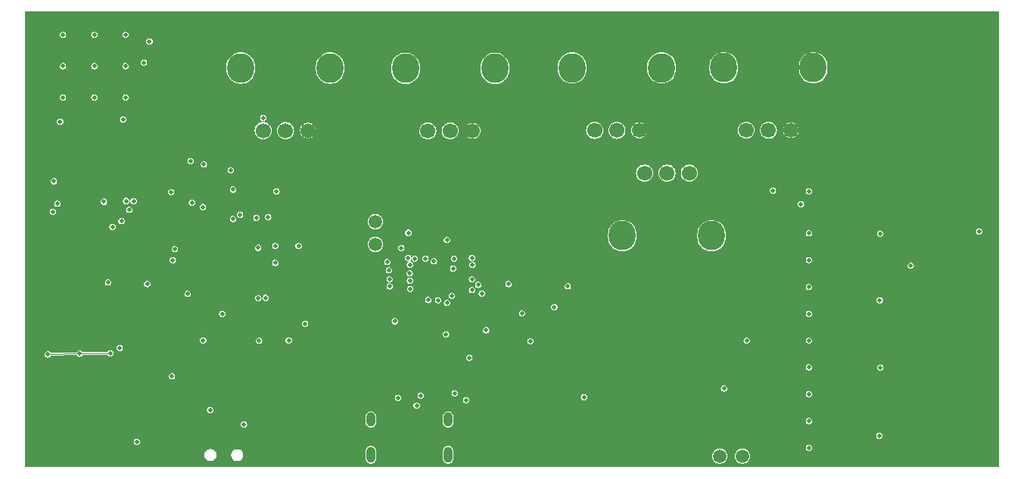
<source format=gbr>
%TF.GenerationSoftware,KiCad,Pcbnew,7.0.2-6a45011f42~172~ubuntu22.04.1*%
%TF.CreationDate,2023-05-03T10:24:55-07:00*%
%TF.ProjectId,hackathon-2022,6861636b-6174-4686-9f6e-2d323032322e,rev?*%
%TF.SameCoordinates,Original*%
%TF.FileFunction,Copper,L4,Inr*%
%TF.FilePolarity,Positive*%
%FSLAX46Y46*%
G04 Gerber Fmt 4.6, Leading zero omitted, Abs format (unit mm)*
G04 Created by KiCad (PCBNEW 7.0.2-6a45011f42~172~ubuntu22.04.1) date 2023-05-03 10:24:55*
%MOMM*%
%LPD*%
G01*
G04 APERTURE LIST*
%TA.AperFunction,ComponentPad*%
%ADD10C,1.700000*%
%TD*%
%TA.AperFunction,ComponentPad*%
%ADD11O,3.000000X3.300000*%
%TD*%
%TA.AperFunction,ComponentPad*%
%ADD12C,1.520000*%
%TD*%
%TA.AperFunction,ComponentPad*%
%ADD13O,1.000000X1.600000*%
%TD*%
%TA.AperFunction,ComponentPad*%
%ADD14O,1.000000X1.800000*%
%TD*%
%TA.AperFunction,ViaPad*%
%ADD15C,0.460000*%
%TD*%
%TA.AperFunction,Conductor*%
%ADD16C,0.090000*%
%TD*%
G04 APERTURE END LIST*
D10*
%TO.N,VDD*%
%TO.C,R31*%
X148743714Y-95817671D03*
%TO.N,in_adc1*%
X151243714Y-95817671D03*
%TO.N,GND*%
X153743714Y-95817671D03*
D11*
%TO.N,unconnected-(R31-Pad4)*%
X156243714Y-88817671D03*
%TO.N,unconnected-(R31-Pad5)*%
X146243714Y-88817671D03*
%TD*%
D10*
%TO.N,VDD*%
%TO.C,R28*%
X111670450Y-95837487D03*
%TO.N,in_adc2*%
X114170450Y-95837487D03*
%TO.N,GND*%
X116670450Y-95837487D03*
D11*
%TO.N,unconnected-(R28-Pad4)*%
X119170450Y-88837487D03*
%TO.N,unconnected-(R28-Pad5)*%
X109170450Y-88837487D03*
%TD*%
D12*
%TO.N,Net-(U3-SWD)*%
%TO.C,J2*%
X124231509Y-108583566D03*
%TO.N,Net-(U3-SWCLK)*%
X124231509Y-106043566D03*
%TD*%
D13*
%TO.N,Net-(USB1-SHELL0)*%
%TO.C,USB1*%
X123725552Y-128164680D03*
D14*
X123725552Y-132104680D03*
X132375552Y-132104680D03*
D13*
X132375552Y-128164680D03*
%TD*%
D12*
%TO.N,Net-(U7-VO-)*%
%TO.C,J3*%
X165277522Y-132263141D03*
%TO.N,Net-(U7-VO+)*%
X162737522Y-132263141D03*
%TD*%
D10*
%TO.N,Net-(C25-Pad1)*%
%TO.C,R27*%
X159343123Y-100595783D03*
%TO.N,Net-(C24-Pad1)*%
X156843123Y-100595783D03*
%TO.N,Net-(C23-Pad1)*%
X154343123Y-100595783D03*
D11*
%TO.N,unconnected-(R27-Pad4)*%
X151843123Y-107595783D03*
%TO.N,unconnected-(R27-Pad5)*%
X161843123Y-107595783D03*
%TD*%
D10*
%TO.N,VDD*%
%TO.C,R30*%
X130091666Y-95868877D03*
%TO.N,in_adc*%
X132591666Y-95868877D03*
%TO.N,GND*%
X135091666Y-95868877D03*
D11*
%TO.N,unconnected-(R30-Pad4)*%
X137591666Y-88868877D03*
%TO.N,unconnected-(R30-Pad5)*%
X127591666Y-88868877D03*
%TD*%
D10*
%TO.N,VDD*%
%TO.C,R29*%
X165700513Y-95799691D03*
%TO.N,in_adc3*%
X168200513Y-95799691D03*
%TO.N,GND*%
X170700513Y-95799691D03*
D11*
%TO.N,unconnected-(R29-Pad4)*%
X173200513Y-88799691D03*
%TO.N,unconnected-(R29-Pad5)*%
X163200513Y-88799691D03*
%TD*%
D15*
%TO.N,Net-(U3-DVDD0)*%
X129823624Y-110171023D03*
X130137101Y-114787067D03*
X127905947Y-107264682D03*
%TO.N,audio-enable_gpio*%
X136121731Y-114061377D03*
X165757590Y-119331477D03*
%TO.N,tof-i2c_scl*%
X110911153Y-105583106D03*
X128088436Y-110821129D03*
%TO.N,rpi-led-i2c_sda*%
X103550198Y-99250304D03*
X125564913Y-110534125D03*
%TO.N,rows0_gpio*%
X132923738Y-111271137D03*
X191765116Y-107106866D03*
%TO.N,tof-en_gpio*%
X113162863Y-102620425D03*
X108040740Y-100276731D03*
X127894467Y-110079129D03*
%TO.N,enable1_gpio*%
X104958831Y-119294795D03*
X125823408Y-112471036D03*
%TO.N,cols0_gpio*%
X135730053Y-113092137D03*
X180590062Y-129966549D03*
%TO.N,rgb-drive2_gpio*%
X88957695Y-94828423D03*
X88138000Y-104902000D03*
%TO.N,VDD*%
X108300780Y-105730711D03*
X139103712Y-113001061D03*
X135084962Y-110861061D03*
X126385784Y-117167861D03*
X130765539Y-110462613D03*
X132761882Y-114333038D03*
X109082267Y-105243432D03*
X108300182Y-102435523D03*
X132118000Y-118632349D03*
X133096000Y-125222000D03*
X111670450Y-94417487D03*
X128067580Y-111803352D03*
X105033320Y-99612562D03*
X115628331Y-108739775D03*
X144239073Y-115576061D03*
X104930990Y-104386422D03*
X145746212Y-113251061D03*
%TO.N,rgb-drive18_gpio*%
X96338641Y-103708907D03*
%TO.N,enable0_gpio*%
X105732426Y-127098801D03*
X125823408Y-113271137D03*
%TO.N,cols1_gpio*%
X135023738Y-112471036D03*
X180709972Y-122347597D03*
%TO.N,rgb-drive20_gpio*%
X93861950Y-103790449D03*
X96008808Y-94588387D03*
%TO.N,rgb-drive25_gpio*%
X98323545Y-88225736D03*
X94809921Y-106595795D03*
%TO.N,cols2_gpio*%
X135023738Y-113671188D03*
X180649084Y-114817848D03*
%TO.N,cols3_gpio*%
X180689676Y-107369283D03*
X133023522Y-110171023D03*
%TO.N,rgb-drive26_gpio*%
X97171403Y-103727971D03*
%TO.N,SW-VOUT*%
X116363188Y-117432435D03*
X111209574Y-119343717D03*
%TO.N,rows1_gpio*%
X184120369Y-110950132D03*
X135023738Y-110070985D03*
%TO.N,P4V2*%
X172727828Y-128329456D03*
X88251257Y-101504462D03*
X101463021Y-123322752D03*
X172727828Y-110329456D03*
X113028331Y-108739775D03*
X101369276Y-102731156D03*
X89275954Y-85118590D03*
X172727828Y-122329456D03*
X92775954Y-85118590D03*
X171829726Y-104077368D03*
X101780969Y-109090658D03*
X113028331Y-110639775D03*
X163217590Y-124696477D03*
X172727828Y-113329456D03*
X172727828Y-107329456D03*
X172727828Y-102629456D03*
X96275954Y-92118590D03*
X92775954Y-88618590D03*
X172727828Y-116329456D03*
X96275954Y-88618590D03*
X103222695Y-114096955D03*
X89275954Y-88618590D03*
X109517152Y-128714060D03*
X111102048Y-108956506D03*
X172727828Y-125329456D03*
X89275954Y-92118590D03*
X96275954Y-85118590D03*
X92775954Y-92118590D03*
X172727828Y-119329456D03*
X172727828Y-131329456D03*
%TO.N,QSPI_SS*%
X140627231Y-116280918D03*
X147557265Y-125667432D03*
%TO.N,VBAT*%
X111942415Y-114545263D03*
X111134486Y-114583767D03*
X107088057Y-116332143D03*
X114528309Y-119306337D03*
%TO.N,led-data_gpio*%
X132223675Y-108071023D03*
X168692952Y-102544161D03*
%TO.N,QSPI_SD0*%
X131241388Y-114812071D03*
X141571144Y-119412436D03*
%TO.N,rgb-drive24_gpio*%
X95816779Y-105960680D03*
X98948125Y-85852334D03*
%TO.N,GND*%
X173987828Y-104509456D03*
X113028331Y-109689775D03*
X129286000Y-105156000D03*
X87481867Y-103489458D03*
X121354158Y-127502030D03*
X173987828Y-131509456D03*
X173987828Y-113509456D03*
X136751073Y-111661061D03*
X137178073Y-119386061D03*
X169534421Y-97291841D03*
X113954553Y-117223966D03*
X130224000Y-121666000D03*
X173987828Y-107509456D03*
X108300780Y-104754738D03*
X99286056Y-124863044D03*
X136751073Y-115381061D03*
X114214309Y-120115196D03*
X137744043Y-106375535D03*
X132118000Y-119589572D03*
X117077722Y-110084966D03*
X147468573Y-114051061D03*
X173987828Y-122509456D03*
X108179377Y-114643396D03*
X173987828Y-125509456D03*
X110854722Y-113452508D03*
X173987828Y-119509456D03*
X111612863Y-101795425D03*
X165303060Y-128430459D03*
X173987828Y-102629456D03*
X114918417Y-114678618D03*
X107311376Y-117520684D03*
X113610847Y-113467920D03*
X131308896Y-126629195D03*
X111102048Y-109913729D03*
X99458588Y-115999237D03*
X109987863Y-103495425D03*
X164487590Y-124696477D03*
X93940450Y-102772260D03*
X113187863Y-103495425D03*
X142072926Y-129793421D03*
X110812863Y-101795425D03*
X115925777Y-127279015D03*
X132740151Y-113144387D03*
X133231073Y-105901061D03*
X124802841Y-129352499D03*
X112493804Y-120898678D03*
X110012863Y-101795425D03*
X125428562Y-115567861D03*
X95701385Y-102772260D03*
X173987828Y-116509456D03*
X127233562Y-116671061D03*
X173987828Y-128509456D03*
X145923651Y-129749227D03*
X173987828Y-110509456D03*
%TO.N,QSPI_SD2*%
X136607162Y-118173551D03*
X132241274Y-115106832D03*
%TO.N,RP-USB-NET-DN*%
X129286000Y-125476000D03*
X126746000Y-125730000D03*
%TO.N,rpi-led-i2c_scl*%
X125737445Y-111468671D03*
X103698884Y-103892986D03*
%TO.N,Net-(LED20-A)*%
X94548956Y-120745920D03*
X91151196Y-120790335D03*
X94323724Y-112819719D03*
X98695265Y-113002571D03*
X87575776Y-120879165D03*
%TO.N,drive0_gpio*%
X95624744Y-120139599D03*
X97539888Y-130639109D03*
%TO.N,/4: led-drive_u/SCL*%
X101559912Y-110344316D03*
%TO.N,Net-(Q7-D)*%
X96668793Y-104700617D03*
X88646000Y-104013000D03*
%TO.N,Net-(USB1-CC2)*%
X128836236Y-126607479D03*
X134366000Y-125984000D03*
%TO.N,tof-i2c_sda*%
X112223764Y-105519847D03*
X127115141Y-108984663D03*
%TO.N,Net-(U3-RUN)*%
X128623725Y-110171023D03*
X134736530Y-121247730D03*
%TO.N,unconnected-(U3-GPIO22-Pad34)*%
X128083638Y-112623119D03*
%TO.N,unconnected-(U3-GPIO24-Pad36)*%
X128112742Y-113545967D03*
%TD*%
D16*
%TO.N,Net-(LED20-A)*%
X91151196Y-120790335D02*
X94548956Y-120745920D01*
X87575776Y-120879165D02*
X91151196Y-120790335D01*
%TD*%
%TA.AperFunction,Conductor*%
%TO.N,GND*%
G36*
X193995899Y-82504101D02*
G01*
X194000000Y-82514000D01*
X194000000Y-133486000D01*
X193995899Y-133495899D01*
X193986000Y-133500000D01*
X85014000Y-133500000D01*
X85004101Y-133495899D01*
X85000000Y-133486000D01*
X85000000Y-132227566D01*
X105087652Y-132227566D01*
X105127142Y-132387784D01*
X105203827Y-132533895D01*
X105313251Y-132657409D01*
X105449053Y-132751147D01*
X105603343Y-132809661D01*
X105726047Y-132824560D01*
X105726477Y-132824560D01*
X105807827Y-132824560D01*
X105808257Y-132824560D01*
X105930961Y-132809661D01*
X106085251Y-132751147D01*
X106221053Y-132657409D01*
X106330477Y-132533895D01*
X106407162Y-132387784D01*
X106446652Y-132227566D01*
X108087652Y-132227566D01*
X108127142Y-132387784D01*
X108203827Y-132533895D01*
X108313251Y-132657409D01*
X108449053Y-132751147D01*
X108603343Y-132809661D01*
X108726047Y-132824560D01*
X108726477Y-132824560D01*
X108807827Y-132824560D01*
X108808257Y-132824560D01*
X108930961Y-132809661D01*
X109085251Y-132751147D01*
X109221053Y-132657409D01*
X109321488Y-132544041D01*
X123125052Y-132544041D01*
X123125111Y-132544493D01*
X123125112Y-132544500D01*
X123140507Y-132661441D01*
X123177665Y-132751147D01*
X123201016Y-132807521D01*
X123297270Y-132932962D01*
X123422711Y-133029216D01*
X123422712Y-133029216D01*
X123422713Y-133029217D01*
X123450263Y-133040628D01*
X123452980Y-133042125D01*
X123465724Y-133051121D01*
X123465725Y-133051121D01*
X123465726Y-133051122D01*
X123534936Y-133075719D01*
X123535564Y-133075961D01*
X123559162Y-133085735D01*
X123568787Y-133089723D01*
X123568790Y-133089724D01*
X123576147Y-133090692D01*
X123578988Y-133091375D01*
X123610648Y-133102628D01*
X123702714Y-133108925D01*
X123764091Y-133113123D01*
X123764091Y-133113122D01*
X123764093Y-133113123D01*
X123866492Y-133091843D01*
X123867486Y-133091675D01*
X123882314Y-133089724D01*
X123886753Y-133087884D01*
X123889256Y-133087113D01*
X123914679Y-133081831D01*
X123967199Y-133054616D01*
X123968261Y-133054122D01*
X124028393Y-133029216D01*
X124153834Y-132932962D01*
X124250088Y-132807521D01*
X124310596Y-132661442D01*
X124326052Y-132544041D01*
X131775052Y-132544041D01*
X131775111Y-132544493D01*
X131775112Y-132544500D01*
X131790507Y-132661441D01*
X131827665Y-132751147D01*
X131851016Y-132807521D01*
X131947270Y-132932962D01*
X132072711Y-133029216D01*
X132072712Y-133029216D01*
X132072713Y-133029217D01*
X132100263Y-133040628D01*
X132102980Y-133042125D01*
X132115724Y-133051121D01*
X132115725Y-133051121D01*
X132115726Y-133051122D01*
X132184936Y-133075719D01*
X132185564Y-133075961D01*
X132209162Y-133085735D01*
X132218787Y-133089723D01*
X132218790Y-133089724D01*
X132226147Y-133090692D01*
X132228988Y-133091375D01*
X132260648Y-133102628D01*
X132352714Y-133108924D01*
X132414091Y-133113123D01*
X132414091Y-133113122D01*
X132414093Y-133113123D01*
X132516492Y-133091843D01*
X132517486Y-133091675D01*
X132532314Y-133089724D01*
X132536753Y-133087884D01*
X132539256Y-133087113D01*
X132564679Y-133081831D01*
X132617199Y-133054616D01*
X132618261Y-133054122D01*
X132678393Y-133029216D01*
X132803834Y-132932962D01*
X132900088Y-132807521D01*
X132960596Y-132661442D01*
X132976052Y-132544041D01*
X132976052Y-132263140D01*
X161872281Y-132263140D01*
X161891189Y-132443033D01*
X161947086Y-132615068D01*
X162037526Y-132771714D01*
X162037528Y-132771716D01*
X162158563Y-132906140D01*
X162304902Y-133012461D01*
X162470148Y-133086033D01*
X162647080Y-133123641D01*
X162827964Y-133123641D01*
X163004896Y-133086033D01*
X163170142Y-133012461D01*
X163316481Y-132906140D01*
X163437516Y-132771716D01*
X163527958Y-132615066D01*
X163583854Y-132443035D01*
X163602762Y-132263141D01*
X163602762Y-132263140D01*
X164412281Y-132263140D01*
X164431189Y-132443033D01*
X164487086Y-132615068D01*
X164577526Y-132771714D01*
X164577528Y-132771716D01*
X164698563Y-132906140D01*
X164844902Y-133012461D01*
X165010148Y-133086033D01*
X165187080Y-133123641D01*
X165367964Y-133123641D01*
X165544896Y-133086033D01*
X165710142Y-133012461D01*
X165856481Y-132906140D01*
X165977516Y-132771716D01*
X166067958Y-132615066D01*
X166123854Y-132443035D01*
X166142762Y-132263141D01*
X166123854Y-132083247D01*
X166067958Y-131911216D01*
X166067957Y-131911215D01*
X166067957Y-131911213D01*
X165977517Y-131754567D01*
X165967463Y-131743401D01*
X165856481Y-131620142D01*
X165757073Y-131547918D01*
X165710144Y-131513822D01*
X165544894Y-131440248D01*
X165367964Y-131402641D01*
X165187080Y-131402641D01*
X165010149Y-131440248D01*
X164844899Y-131513822D01*
X164698564Y-131620141D01*
X164577526Y-131754567D01*
X164487086Y-131911213D01*
X164431189Y-132083248D01*
X164412281Y-132263140D01*
X163602762Y-132263140D01*
X163583854Y-132083247D01*
X163527958Y-131911216D01*
X163527957Y-131911215D01*
X163527957Y-131911213D01*
X163437517Y-131754567D01*
X163427463Y-131743401D01*
X163316481Y-131620142D01*
X163217073Y-131547918D01*
X163170144Y-131513822D01*
X163004894Y-131440248D01*
X162827964Y-131402641D01*
X162647080Y-131402641D01*
X162470149Y-131440248D01*
X162304899Y-131513822D01*
X162158564Y-131620141D01*
X162037526Y-131754567D01*
X161947086Y-131911213D01*
X161891189Y-132083248D01*
X161872281Y-132263140D01*
X132976052Y-132263140D01*
X132976052Y-131665319D01*
X132960596Y-131547918D01*
X132900088Y-131401839D01*
X132844547Y-131329456D01*
X172368908Y-131329456D01*
X172386476Y-131440368D01*
X172437457Y-131540425D01*
X172516858Y-131619826D01*
X172516860Y-131619827D01*
X172516861Y-131619828D01*
X172616916Y-131670808D01*
X172710260Y-131685592D01*
X172727827Y-131688375D01*
X172727827Y-131688374D01*
X172727828Y-131688375D01*
X172838740Y-131670808D01*
X172938795Y-131619828D01*
X173018200Y-131540423D01*
X173069180Y-131440368D01*
X173086747Y-131329456D01*
X173069180Y-131218544D01*
X173018200Y-131118489D01*
X173018199Y-131118488D01*
X173018198Y-131118486D01*
X172938797Y-131039085D01*
X172838740Y-130988104D01*
X172727827Y-130970536D01*
X172616915Y-130988104D01*
X172516858Y-131039085D01*
X172437457Y-131118486D01*
X172386476Y-131218543D01*
X172368908Y-131329456D01*
X132844547Y-131329456D01*
X132803834Y-131276398D01*
X132678393Y-131180144D01*
X132678392Y-131180143D01*
X132678390Y-131180142D01*
X132650840Y-131168731D01*
X132648126Y-131167237D01*
X132635378Y-131158238D01*
X132635376Y-131158237D01*
X132566187Y-131133647D01*
X132565517Y-131133389D01*
X132532313Y-131119635D01*
X132524966Y-131118668D01*
X132522105Y-131117980D01*
X132520785Y-131117511D01*
X132490456Y-131106732D01*
X132490455Y-131106731D01*
X132490453Y-131106731D01*
X132337011Y-131096236D01*
X132234629Y-131117511D01*
X132233609Y-131117684D01*
X132218792Y-131119635D01*
X132214350Y-131121474D01*
X132211844Y-131122245D01*
X132186426Y-131127528D01*
X132133917Y-131154735D01*
X132132834Y-131155238D01*
X132072712Y-131180143D01*
X131947270Y-131276398D01*
X131851015Y-131401840D01*
X131790507Y-131547918D01*
X131775112Y-131664859D01*
X131775111Y-131664867D01*
X131775052Y-131665319D01*
X131775052Y-132544041D01*
X124326052Y-132544041D01*
X124326052Y-131665319D01*
X124310596Y-131547918D01*
X124250088Y-131401839D01*
X124153834Y-131276398D01*
X124028393Y-131180144D01*
X124028392Y-131180143D01*
X124028390Y-131180142D01*
X124000840Y-131168731D01*
X123998126Y-131167237D01*
X123985378Y-131158238D01*
X123985376Y-131158237D01*
X123916187Y-131133647D01*
X123915517Y-131133389D01*
X123882313Y-131119635D01*
X123874966Y-131118668D01*
X123872105Y-131117980D01*
X123870785Y-131117511D01*
X123840456Y-131106732D01*
X123840455Y-131106731D01*
X123840453Y-131106731D01*
X123687011Y-131096236D01*
X123584629Y-131117511D01*
X123583609Y-131117684D01*
X123568792Y-131119635D01*
X123564350Y-131121474D01*
X123561844Y-131122245D01*
X123536426Y-131127528D01*
X123483917Y-131154735D01*
X123482834Y-131155238D01*
X123422712Y-131180143D01*
X123297270Y-131276398D01*
X123201015Y-131401840D01*
X123140507Y-131547918D01*
X123125112Y-131664859D01*
X123125111Y-131664867D01*
X123125052Y-131665319D01*
X123125052Y-132544041D01*
X109321488Y-132544041D01*
X109330477Y-132533895D01*
X109407162Y-132387784D01*
X109446652Y-132227566D01*
X109446652Y-132062554D01*
X109407162Y-131902336D01*
X109330477Y-131756225D01*
X109221053Y-131632711D01*
X109085251Y-131538973D01*
X109018933Y-131513822D01*
X108930963Y-131480459D01*
X108808683Y-131465611D01*
X108808671Y-131465610D01*
X108808257Y-131465560D01*
X108726047Y-131465560D01*
X108725633Y-131465610D01*
X108725620Y-131465611D01*
X108603340Y-131480459D01*
X108449055Y-131538972D01*
X108449054Y-131538972D01*
X108449053Y-131538973D01*
X108436094Y-131547918D01*
X108313250Y-131632711D01*
X108203826Y-131756226D01*
X108127142Y-131902335D01*
X108127141Y-131902336D01*
X108127142Y-131902336D01*
X108087652Y-132062554D01*
X108087652Y-132227566D01*
X106446652Y-132227566D01*
X106446652Y-132062554D01*
X106407162Y-131902336D01*
X106330477Y-131756225D01*
X106221053Y-131632711D01*
X106085251Y-131538973D01*
X106018933Y-131513822D01*
X105930963Y-131480459D01*
X105808683Y-131465611D01*
X105808671Y-131465610D01*
X105808257Y-131465560D01*
X105726047Y-131465560D01*
X105725633Y-131465610D01*
X105725620Y-131465611D01*
X105603340Y-131480459D01*
X105449055Y-131538972D01*
X105449054Y-131538972D01*
X105449053Y-131538973D01*
X105436094Y-131547918D01*
X105313250Y-131632711D01*
X105203826Y-131756226D01*
X105127142Y-131902335D01*
X105127141Y-131902336D01*
X105127142Y-131902336D01*
X105087652Y-132062554D01*
X105087652Y-132227566D01*
X85000000Y-132227566D01*
X85000000Y-130639108D01*
X97180968Y-130639108D01*
X97198536Y-130750021D01*
X97249517Y-130850078D01*
X97328918Y-130929479D01*
X97328920Y-130929480D01*
X97328921Y-130929481D01*
X97428976Y-130980461D01*
X97522320Y-130995245D01*
X97539887Y-130998028D01*
X97539887Y-130998027D01*
X97539888Y-130998028D01*
X97650800Y-130980461D01*
X97750855Y-130929481D01*
X97830260Y-130850076D01*
X97881240Y-130750021D01*
X97898807Y-130639109D01*
X97881240Y-130528197D01*
X97830260Y-130428142D01*
X97830259Y-130428141D01*
X97830258Y-130428139D01*
X97750857Y-130348738D01*
X97650800Y-130297757D01*
X97539887Y-130280189D01*
X97428975Y-130297757D01*
X97328918Y-130348738D01*
X97249517Y-130428139D01*
X97198536Y-130528196D01*
X97180968Y-130639108D01*
X85000000Y-130639108D01*
X85000000Y-129966548D01*
X180231142Y-129966548D01*
X180248710Y-130077461D01*
X180299691Y-130177518D01*
X180379092Y-130256919D01*
X180379094Y-130256920D01*
X180379095Y-130256921D01*
X180479150Y-130307901D01*
X180572494Y-130322685D01*
X180590061Y-130325468D01*
X180590061Y-130325467D01*
X180590062Y-130325468D01*
X180700974Y-130307901D01*
X180801029Y-130256921D01*
X180880434Y-130177516D01*
X180931414Y-130077461D01*
X180948981Y-129966549D01*
X180931414Y-129855637D01*
X180880434Y-129755582D01*
X180880433Y-129755581D01*
X180880432Y-129755579D01*
X180801031Y-129676178D01*
X180700974Y-129625197D01*
X180590061Y-129607629D01*
X180479149Y-129625197D01*
X180379092Y-129676178D01*
X180299691Y-129755579D01*
X180248710Y-129855636D01*
X180231142Y-129966548D01*
X85000000Y-129966548D01*
X85000000Y-128714059D01*
X109158232Y-128714059D01*
X109175800Y-128824972D01*
X109226781Y-128925029D01*
X109306182Y-129004430D01*
X109306184Y-129004431D01*
X109306185Y-129004432D01*
X109406240Y-129055412D01*
X109517152Y-129072979D01*
X109628064Y-129055412D01*
X109728119Y-129004432D01*
X109807524Y-128925027D01*
X109858504Y-128824972D01*
X109876071Y-128714060D01*
X109858504Y-128603148D01*
X109808007Y-128504041D01*
X123125052Y-128504041D01*
X123125111Y-128504493D01*
X123125112Y-128504500D01*
X123140507Y-128621441D01*
X123201015Y-128767519D01*
X123201016Y-128767521D01*
X123297270Y-128892962D01*
X123422711Y-128989216D01*
X123422712Y-128989216D01*
X123422713Y-128989217D01*
X123450263Y-129000628D01*
X123452980Y-129002125D01*
X123465724Y-129011121D01*
X123465725Y-129011121D01*
X123465726Y-129011122D01*
X123534936Y-129035719D01*
X123535564Y-129035961D01*
X123559162Y-129045735D01*
X123568787Y-129049723D01*
X123568790Y-129049724D01*
X123576147Y-129050692D01*
X123578988Y-129051375D01*
X123610648Y-129062628D01*
X123702714Y-129068925D01*
X123764091Y-129073123D01*
X123764091Y-129073122D01*
X123764093Y-129073123D01*
X123866492Y-129051843D01*
X123867486Y-129051675D01*
X123882314Y-129049724D01*
X123886753Y-129047884D01*
X123889256Y-129047113D01*
X123914679Y-129041831D01*
X123967199Y-129014616D01*
X123968261Y-129014122D01*
X124028393Y-128989216D01*
X124153834Y-128892962D01*
X124250088Y-128767521D01*
X124310596Y-128621442D01*
X124326052Y-128504041D01*
X131775052Y-128504041D01*
X131775111Y-128504493D01*
X131775112Y-128504500D01*
X131790507Y-128621441D01*
X131851015Y-128767519D01*
X131851016Y-128767521D01*
X131947270Y-128892962D01*
X132072711Y-128989216D01*
X132072712Y-128989216D01*
X132072713Y-128989217D01*
X132100263Y-129000628D01*
X132102980Y-129002125D01*
X132115724Y-129011121D01*
X132115725Y-129011121D01*
X132115726Y-129011122D01*
X132184936Y-129035719D01*
X132185564Y-129035961D01*
X132209162Y-129045735D01*
X132218787Y-129049723D01*
X132218790Y-129049724D01*
X132226147Y-129050692D01*
X132228988Y-129051375D01*
X132260648Y-129062628D01*
X132352714Y-129068924D01*
X132414091Y-129073123D01*
X132414091Y-129073122D01*
X132414093Y-129073123D01*
X132516492Y-129051843D01*
X132517486Y-129051675D01*
X132532314Y-129049724D01*
X132536753Y-129047884D01*
X132539256Y-129047113D01*
X132564679Y-129041831D01*
X132617199Y-129014616D01*
X132618261Y-129014122D01*
X132678393Y-128989216D01*
X132803834Y-128892962D01*
X132900088Y-128767521D01*
X132960596Y-128621442D01*
X132976052Y-128504041D01*
X132976052Y-128329455D01*
X172368908Y-128329455D01*
X172386476Y-128440368D01*
X172437457Y-128540425D01*
X172516858Y-128619826D01*
X172516860Y-128619827D01*
X172516861Y-128619828D01*
X172616916Y-128670808D01*
X172710260Y-128685592D01*
X172727827Y-128688375D01*
X172727827Y-128688374D01*
X172727828Y-128688375D01*
X172838740Y-128670808D01*
X172938795Y-128619828D01*
X173018200Y-128540423D01*
X173069180Y-128440368D01*
X173086747Y-128329456D01*
X173069180Y-128218544D01*
X173018200Y-128118489D01*
X173018199Y-128118488D01*
X173018198Y-128118486D01*
X172938797Y-128039085D01*
X172838740Y-127988104D01*
X172727827Y-127970536D01*
X172616915Y-127988104D01*
X172516858Y-128039085D01*
X172437457Y-128118486D01*
X172386476Y-128218543D01*
X172368908Y-128329455D01*
X132976052Y-128329455D01*
X132976052Y-127825319D01*
X132960596Y-127707918D01*
X132900088Y-127561839D01*
X132803834Y-127436398D01*
X132678393Y-127340144D01*
X132678392Y-127340143D01*
X132678390Y-127340142D01*
X132650840Y-127328731D01*
X132648126Y-127327237D01*
X132635378Y-127318238D01*
X132635376Y-127318237D01*
X132566187Y-127293647D01*
X132565517Y-127293389D01*
X132532313Y-127279635D01*
X132524966Y-127278668D01*
X132522105Y-127277980D01*
X132520785Y-127277511D01*
X132490456Y-127266732D01*
X132490455Y-127266731D01*
X132490453Y-127266731D01*
X132337011Y-127256236D01*
X132234629Y-127277511D01*
X132233609Y-127277684D01*
X132218792Y-127279635D01*
X132214350Y-127281474D01*
X132211844Y-127282245D01*
X132186426Y-127287528D01*
X132133917Y-127314735D01*
X132132834Y-127315238D01*
X132072712Y-127340143D01*
X131947270Y-127436398D01*
X131851015Y-127561840D01*
X131790507Y-127707918D01*
X131775112Y-127824859D01*
X131775111Y-127824867D01*
X131775052Y-127825319D01*
X131775052Y-128504041D01*
X124326052Y-128504041D01*
X124326052Y-127825319D01*
X124310596Y-127707918D01*
X124250088Y-127561839D01*
X124153834Y-127436398D01*
X124028393Y-127340144D01*
X124028392Y-127340143D01*
X124028390Y-127340142D01*
X124000840Y-127328731D01*
X123998126Y-127327237D01*
X123985378Y-127318238D01*
X123985376Y-127318237D01*
X123916187Y-127293647D01*
X123915517Y-127293389D01*
X123882313Y-127279635D01*
X123874966Y-127278668D01*
X123872105Y-127277980D01*
X123870785Y-127277511D01*
X123840456Y-127266732D01*
X123840455Y-127266731D01*
X123840453Y-127266731D01*
X123687011Y-127256236D01*
X123584629Y-127277511D01*
X123583609Y-127277684D01*
X123568792Y-127279635D01*
X123564350Y-127281474D01*
X123561844Y-127282245D01*
X123536426Y-127287528D01*
X123483917Y-127314735D01*
X123482834Y-127315238D01*
X123422712Y-127340143D01*
X123297270Y-127436398D01*
X123201015Y-127561840D01*
X123140507Y-127707918D01*
X123125112Y-127824859D01*
X123125111Y-127824867D01*
X123125052Y-127825319D01*
X123125052Y-128504041D01*
X109808007Y-128504041D01*
X109807524Y-128503093D01*
X109807523Y-128503092D01*
X109807522Y-128503090D01*
X109728121Y-128423689D01*
X109628064Y-128372708D01*
X109517152Y-128355140D01*
X109406239Y-128372708D01*
X109306182Y-128423689D01*
X109226781Y-128503090D01*
X109175800Y-128603147D01*
X109158232Y-128714059D01*
X85000000Y-128714059D01*
X85000000Y-127098801D01*
X105373506Y-127098801D01*
X105391074Y-127209713D01*
X105442055Y-127309770D01*
X105521456Y-127389171D01*
X105521458Y-127389172D01*
X105521459Y-127389173D01*
X105621514Y-127440153D01*
X105732426Y-127457720D01*
X105843338Y-127440153D01*
X105943393Y-127389173D01*
X106022798Y-127309768D01*
X106073778Y-127209713D01*
X106091345Y-127098801D01*
X106073778Y-126987889D01*
X106022798Y-126887834D01*
X106022797Y-126887833D01*
X106022796Y-126887831D01*
X105943395Y-126808430D01*
X105843338Y-126757449D01*
X105732426Y-126739881D01*
X105621513Y-126757449D01*
X105521456Y-126808430D01*
X105442055Y-126887831D01*
X105391074Y-126987888D01*
X105373506Y-127098801D01*
X85000000Y-127098801D01*
X85000000Y-126607478D01*
X128477316Y-126607478D01*
X128494884Y-126718391D01*
X128545865Y-126818448D01*
X128625266Y-126897849D01*
X128625268Y-126897850D01*
X128625269Y-126897851D01*
X128725324Y-126948831D01*
X128818668Y-126963615D01*
X128836235Y-126966398D01*
X128836235Y-126966397D01*
X128836236Y-126966398D01*
X128947148Y-126948831D01*
X129047203Y-126897851D01*
X129126608Y-126818446D01*
X129177588Y-126718391D01*
X129195155Y-126607479D01*
X129177588Y-126496567D01*
X129126608Y-126396512D01*
X129126607Y-126396511D01*
X129126606Y-126396509D01*
X129047205Y-126317108D01*
X128947148Y-126266127D01*
X128836236Y-126248559D01*
X128725323Y-126266127D01*
X128625266Y-126317108D01*
X128545865Y-126396509D01*
X128494884Y-126496566D01*
X128477316Y-126607478D01*
X85000000Y-126607478D01*
X85000000Y-125729999D01*
X126387080Y-125729999D01*
X126404648Y-125840912D01*
X126455629Y-125940969D01*
X126535030Y-126020370D01*
X126535032Y-126020371D01*
X126535033Y-126020372D01*
X126635088Y-126071352D01*
X126728432Y-126086136D01*
X126745999Y-126088919D01*
X126745999Y-126088918D01*
X126746000Y-126088919D01*
X126856912Y-126071352D01*
X126956967Y-126020372D01*
X126993339Y-125984000D01*
X134007080Y-125984000D01*
X134024648Y-126094912D01*
X134075629Y-126194969D01*
X134155030Y-126274370D01*
X134155032Y-126274371D01*
X134155033Y-126274372D01*
X134255088Y-126325352D01*
X134366000Y-126342919D01*
X134476912Y-126325352D01*
X134576967Y-126274372D01*
X134656372Y-126194967D01*
X134707352Y-126094912D01*
X134724919Y-125984000D01*
X134707352Y-125873088D01*
X134656372Y-125773033D01*
X134656371Y-125773032D01*
X134656370Y-125773030D01*
X134576969Y-125693629D01*
X134525552Y-125667431D01*
X147198345Y-125667431D01*
X147215913Y-125778344D01*
X147266894Y-125878401D01*
X147346295Y-125957802D01*
X147346297Y-125957803D01*
X147346298Y-125957804D01*
X147446353Y-126008784D01*
X147539696Y-126023568D01*
X147557264Y-126026351D01*
X147557264Y-126026350D01*
X147557265Y-126026351D01*
X147668177Y-126008784D01*
X147768232Y-125957804D01*
X147847637Y-125878399D01*
X147898617Y-125778344D01*
X147916184Y-125667432D01*
X147898617Y-125556520D01*
X147847637Y-125456465D01*
X147847636Y-125456464D01*
X147847635Y-125456462D01*
X147768234Y-125377061D01*
X147674803Y-125329456D01*
X172368908Y-125329456D01*
X172386476Y-125440368D01*
X172437457Y-125540425D01*
X172516858Y-125619826D01*
X172516860Y-125619827D01*
X172516861Y-125619828D01*
X172616916Y-125670808D01*
X172710260Y-125685592D01*
X172727827Y-125688375D01*
X172727827Y-125688374D01*
X172727828Y-125688375D01*
X172838740Y-125670808D01*
X172938795Y-125619828D01*
X173018200Y-125540423D01*
X173069180Y-125440368D01*
X173086747Y-125329456D01*
X173069180Y-125218544D01*
X173018200Y-125118489D01*
X173018199Y-125118488D01*
X173018198Y-125118486D01*
X172938797Y-125039085D01*
X172838740Y-124988104D01*
X172727827Y-124970536D01*
X172616915Y-124988104D01*
X172516858Y-125039085D01*
X172437457Y-125118486D01*
X172386476Y-125218543D01*
X172368908Y-125329456D01*
X147674803Y-125329456D01*
X147668177Y-125326080D01*
X147557264Y-125308512D01*
X147446352Y-125326080D01*
X147346295Y-125377061D01*
X147266894Y-125456462D01*
X147215913Y-125556519D01*
X147198345Y-125667431D01*
X134525552Y-125667431D01*
X134476912Y-125642648D01*
X134366000Y-125625080D01*
X134255087Y-125642648D01*
X134155030Y-125693629D01*
X134075629Y-125773030D01*
X134024648Y-125873087D01*
X134007080Y-125984000D01*
X126993339Y-125984000D01*
X127036372Y-125940967D01*
X127087352Y-125840912D01*
X127104919Y-125730000D01*
X127087352Y-125619088D01*
X127036372Y-125519033D01*
X127036371Y-125519032D01*
X127036370Y-125519030D01*
X126993340Y-125476000D01*
X128927080Y-125476000D01*
X128944648Y-125586912D01*
X128995629Y-125686969D01*
X129075030Y-125766370D01*
X129075032Y-125766371D01*
X129075033Y-125766372D01*
X129175088Y-125817352D01*
X129286000Y-125834919D01*
X129396912Y-125817352D01*
X129496967Y-125766372D01*
X129576372Y-125686967D01*
X129627352Y-125586912D01*
X129644919Y-125476000D01*
X129627352Y-125365088D01*
X129576372Y-125265033D01*
X129576371Y-125265032D01*
X129576370Y-125265030D01*
X129533340Y-125222000D01*
X132737080Y-125222000D01*
X132754648Y-125332912D01*
X132805629Y-125432969D01*
X132885030Y-125512370D01*
X132885032Y-125512371D01*
X132885033Y-125512372D01*
X132985088Y-125563352D01*
X133096000Y-125580919D01*
X133206912Y-125563352D01*
X133306967Y-125512372D01*
X133386372Y-125432967D01*
X133437352Y-125332912D01*
X133454919Y-125222000D01*
X133437352Y-125111088D01*
X133386372Y-125011033D01*
X133386371Y-125011032D01*
X133386370Y-125011030D01*
X133306969Y-124931629D01*
X133206912Y-124880648D01*
X133096000Y-124863080D01*
X132985087Y-124880648D01*
X132885030Y-124931629D01*
X132805629Y-125011030D01*
X132754648Y-125111087D01*
X132737080Y-125222000D01*
X129533340Y-125222000D01*
X129496969Y-125185629D01*
X129396912Y-125134648D01*
X129286000Y-125117080D01*
X129175087Y-125134648D01*
X129075030Y-125185629D01*
X128995629Y-125265030D01*
X128944648Y-125365087D01*
X128927080Y-125476000D01*
X126993340Y-125476000D01*
X126956969Y-125439629D01*
X126856912Y-125388648D01*
X126745999Y-125371080D01*
X126635087Y-125388648D01*
X126535030Y-125439629D01*
X126455629Y-125519030D01*
X126404648Y-125619087D01*
X126387080Y-125729999D01*
X85000000Y-125729999D01*
X85000000Y-124696476D01*
X162858670Y-124696476D01*
X162876238Y-124807389D01*
X162927219Y-124907446D01*
X163006620Y-124986847D01*
X163006622Y-124986848D01*
X163006623Y-124986849D01*
X163106678Y-125037829D01*
X163217590Y-125055396D01*
X163328502Y-125037829D01*
X163428557Y-124986849D01*
X163507962Y-124907444D01*
X163558942Y-124807389D01*
X163576509Y-124696477D01*
X163558942Y-124585565D01*
X163507962Y-124485510D01*
X163507961Y-124485509D01*
X163507960Y-124485507D01*
X163428559Y-124406106D01*
X163328502Y-124355125D01*
X163217590Y-124337557D01*
X163106677Y-124355125D01*
X163006620Y-124406106D01*
X162927219Y-124485507D01*
X162876238Y-124585564D01*
X162858670Y-124696476D01*
X85000000Y-124696476D01*
X85000000Y-123322751D01*
X101104101Y-123322751D01*
X101121669Y-123433664D01*
X101172650Y-123533721D01*
X101252051Y-123613122D01*
X101252053Y-123613123D01*
X101252054Y-123613124D01*
X101352109Y-123664104D01*
X101445452Y-123678888D01*
X101463020Y-123681671D01*
X101463020Y-123681670D01*
X101463021Y-123681671D01*
X101573933Y-123664104D01*
X101673988Y-123613124D01*
X101753393Y-123533719D01*
X101804373Y-123433664D01*
X101821940Y-123322752D01*
X101804373Y-123211840D01*
X101753393Y-123111785D01*
X101753392Y-123111784D01*
X101753391Y-123111782D01*
X101673990Y-123032381D01*
X101573933Y-122981400D01*
X101463020Y-122963832D01*
X101352108Y-122981400D01*
X101252051Y-123032381D01*
X101172650Y-123111782D01*
X101121669Y-123211839D01*
X101104101Y-123322751D01*
X85000000Y-123322751D01*
X85000000Y-122329455D01*
X172368908Y-122329455D01*
X172386476Y-122440368D01*
X172437457Y-122540425D01*
X172516858Y-122619826D01*
X172516860Y-122619827D01*
X172516861Y-122619828D01*
X172616916Y-122670808D01*
X172710260Y-122685592D01*
X172727827Y-122688375D01*
X172727827Y-122688374D01*
X172727828Y-122688375D01*
X172838740Y-122670808D01*
X172938795Y-122619828D01*
X173018200Y-122540423D01*
X173069180Y-122440368D01*
X173083874Y-122347596D01*
X180351052Y-122347596D01*
X180368620Y-122458509D01*
X180419601Y-122558566D01*
X180499002Y-122637967D01*
X180499004Y-122637968D01*
X180499005Y-122637969D01*
X180599060Y-122688949D01*
X180709972Y-122706516D01*
X180820884Y-122688949D01*
X180920939Y-122637969D01*
X181000344Y-122558564D01*
X181051324Y-122458509D01*
X181068891Y-122347597D01*
X181051324Y-122236685D01*
X181000344Y-122136630D01*
X181000343Y-122136629D01*
X181000342Y-122136627D01*
X180920941Y-122057226D01*
X180820884Y-122006245D01*
X180709972Y-121988677D01*
X180599059Y-122006245D01*
X180499002Y-122057226D01*
X180419601Y-122136627D01*
X180368620Y-122236684D01*
X180351052Y-122347596D01*
X173083874Y-122347596D01*
X173086747Y-122329456D01*
X173069180Y-122218544D01*
X173018200Y-122118489D01*
X173018199Y-122118488D01*
X173018198Y-122118486D01*
X172938797Y-122039085D01*
X172838740Y-121988104D01*
X172727827Y-121970536D01*
X172616915Y-121988104D01*
X172516858Y-122039085D01*
X172437457Y-122118486D01*
X172386476Y-122218543D01*
X172368908Y-122329455D01*
X85000000Y-122329455D01*
X85000000Y-121247730D01*
X134377610Y-121247730D01*
X134395178Y-121358642D01*
X134446159Y-121458699D01*
X134525560Y-121538100D01*
X134525562Y-121538101D01*
X134525563Y-121538102D01*
X134625618Y-121589082D01*
X134718961Y-121603866D01*
X134736529Y-121606649D01*
X134736529Y-121606648D01*
X134736530Y-121606649D01*
X134847442Y-121589082D01*
X134947497Y-121538102D01*
X135026902Y-121458697D01*
X135077882Y-121358642D01*
X135095449Y-121247730D01*
X135077882Y-121136818D01*
X135026902Y-121036763D01*
X135026901Y-121036762D01*
X135026900Y-121036760D01*
X134947499Y-120957359D01*
X134847442Y-120906378D01*
X134736529Y-120888810D01*
X134625617Y-120906378D01*
X134525560Y-120957359D01*
X134446159Y-121036760D01*
X134395178Y-121136817D01*
X134377610Y-121247730D01*
X85000000Y-121247730D01*
X85000000Y-120879165D01*
X87216856Y-120879165D01*
X87234424Y-120990077D01*
X87285405Y-121090134D01*
X87364806Y-121169535D01*
X87364808Y-121169536D01*
X87364809Y-121169537D01*
X87464864Y-121220517D01*
X87575776Y-121238084D01*
X87686688Y-121220517D01*
X87786743Y-121169537D01*
X87866148Y-121090132D01*
X87899846Y-121023994D01*
X87907991Y-121017037D01*
X87911964Y-121016356D01*
X90822718Y-120944040D01*
X90832717Y-120947894D01*
X90835540Y-120951680D01*
X90860825Y-121001304D01*
X90940226Y-121080705D01*
X90940228Y-121080706D01*
X90940229Y-121080707D01*
X91040284Y-121131687D01*
X91151196Y-121149254D01*
X91262108Y-121131687D01*
X91362163Y-121080707D01*
X91441568Y-121001302D01*
X91473250Y-120939118D01*
X91481397Y-120932160D01*
X91485537Y-120931476D01*
X94218671Y-120895748D01*
X94228622Y-120899719D01*
X94231327Y-120903391D01*
X94258585Y-120956889D01*
X94337986Y-121036290D01*
X94337988Y-121036291D01*
X94337989Y-121036292D01*
X94438044Y-121087272D01*
X94548956Y-121104839D01*
X94659868Y-121087272D01*
X94759923Y-121036292D01*
X94839328Y-120956887D01*
X94890308Y-120856832D01*
X94907875Y-120745920D01*
X94890308Y-120635008D01*
X94839328Y-120534953D01*
X94839327Y-120534952D01*
X94839326Y-120534950D01*
X94759925Y-120455549D01*
X94659868Y-120404568D01*
X94548956Y-120387000D01*
X94438043Y-120404568D01*
X94337986Y-120455549D01*
X94258585Y-120534950D01*
X94226901Y-120597134D01*
X94218753Y-120604093D01*
X94214610Y-120604777D01*
X91481480Y-120640505D01*
X91471528Y-120636534D01*
X91468825Y-120632865D01*
X91441568Y-120579368D01*
X91441567Y-120579367D01*
X91441566Y-120579365D01*
X91362165Y-120499964D01*
X91262108Y-120448983D01*
X91151196Y-120431415D01*
X91040283Y-120448983D01*
X90940226Y-120499964D01*
X90860825Y-120579365D01*
X90827126Y-120645502D01*
X90818978Y-120652461D01*
X90815000Y-120653142D01*
X87904252Y-120725458D01*
X87894253Y-120721604D01*
X87891430Y-120717818D01*
X87866146Y-120668195D01*
X87786745Y-120588794D01*
X87686688Y-120537813D01*
X87575776Y-120520245D01*
X87464863Y-120537813D01*
X87364806Y-120588794D01*
X87285405Y-120668195D01*
X87234424Y-120768252D01*
X87216856Y-120879165D01*
X85000000Y-120879165D01*
X85000000Y-120139598D01*
X95265824Y-120139598D01*
X95283392Y-120250511D01*
X95334373Y-120350568D01*
X95413774Y-120429969D01*
X95413776Y-120429970D01*
X95413777Y-120429971D01*
X95513832Y-120480951D01*
X95607176Y-120495735D01*
X95624743Y-120498518D01*
X95624743Y-120498517D01*
X95624744Y-120498518D01*
X95735656Y-120480951D01*
X95835711Y-120429971D01*
X95915116Y-120350566D01*
X95966096Y-120250511D01*
X95983663Y-120139599D01*
X95966096Y-120028687D01*
X95915116Y-119928632D01*
X95915115Y-119928631D01*
X95915114Y-119928629D01*
X95835713Y-119849228D01*
X95735656Y-119798247D01*
X95624743Y-119780679D01*
X95513831Y-119798247D01*
X95413774Y-119849228D01*
X95334373Y-119928629D01*
X95283392Y-120028686D01*
X95265824Y-120139598D01*
X85000000Y-120139598D01*
X85000000Y-119294794D01*
X104599911Y-119294794D01*
X104617479Y-119405707D01*
X104668460Y-119505764D01*
X104747861Y-119585165D01*
X104747863Y-119585166D01*
X104747864Y-119585167D01*
X104847919Y-119636147D01*
X104958831Y-119653714D01*
X105069743Y-119636147D01*
X105169798Y-119585167D01*
X105249203Y-119505762D01*
X105300183Y-119405707D01*
X105310002Y-119343716D01*
X110850654Y-119343716D01*
X110868222Y-119454629D01*
X110919203Y-119554686D01*
X110998604Y-119634087D01*
X110998606Y-119634088D01*
X110998607Y-119634089D01*
X111098662Y-119685069D01*
X111209574Y-119702636D01*
X111320486Y-119685069D01*
X111420541Y-119634089D01*
X111499946Y-119554684D01*
X111550926Y-119454629D01*
X111568493Y-119343717D01*
X111562573Y-119306337D01*
X114169389Y-119306337D01*
X114186957Y-119417249D01*
X114237938Y-119517306D01*
X114317339Y-119596707D01*
X114317341Y-119596708D01*
X114317342Y-119596709D01*
X114417397Y-119647689D01*
X114528309Y-119665256D01*
X114639221Y-119647689D01*
X114739276Y-119596709D01*
X114818681Y-119517304D01*
X114869661Y-119417249D01*
X114870423Y-119412436D01*
X141212224Y-119412436D01*
X141229792Y-119523348D01*
X141280773Y-119623405D01*
X141360174Y-119702806D01*
X141360176Y-119702807D01*
X141360177Y-119702808D01*
X141460232Y-119753788D01*
X141571144Y-119771355D01*
X141682056Y-119753788D01*
X141782111Y-119702808D01*
X141861516Y-119623403D01*
X141912496Y-119523348D01*
X141930063Y-119412436D01*
X141917240Y-119331477D01*
X165398670Y-119331477D01*
X165416238Y-119442389D01*
X165467219Y-119542446D01*
X165546620Y-119621847D01*
X165546622Y-119621848D01*
X165546623Y-119621849D01*
X165646678Y-119672829D01*
X165757590Y-119690396D01*
X165868502Y-119672829D01*
X165968557Y-119621849D01*
X166047962Y-119542444D01*
X166098942Y-119442389D01*
X166116509Y-119331477D01*
X166116189Y-119329456D01*
X172368908Y-119329456D01*
X172386476Y-119440368D01*
X172437457Y-119540425D01*
X172516858Y-119619826D01*
X172516860Y-119619827D01*
X172516861Y-119619828D01*
X172616916Y-119670808D01*
X172706949Y-119685068D01*
X172727827Y-119688375D01*
X172727827Y-119688374D01*
X172727828Y-119688375D01*
X172838740Y-119670808D01*
X172938795Y-119619828D01*
X173018200Y-119540423D01*
X173069180Y-119440368D01*
X173086747Y-119329456D01*
X173069180Y-119218544D01*
X173018200Y-119118489D01*
X173018199Y-119118488D01*
X173018198Y-119118486D01*
X172938797Y-119039085D01*
X172838740Y-118988104D01*
X172727827Y-118970536D01*
X172616915Y-118988104D01*
X172516858Y-119039085D01*
X172437457Y-119118486D01*
X172386476Y-119218543D01*
X172368908Y-119329456D01*
X166116189Y-119329456D01*
X166098942Y-119220565D01*
X166047962Y-119120510D01*
X166047961Y-119120509D01*
X166047960Y-119120507D01*
X165968559Y-119041106D01*
X165868502Y-118990125D01*
X165757590Y-118972557D01*
X165646677Y-118990125D01*
X165546620Y-119041106D01*
X165467219Y-119120507D01*
X165416238Y-119220564D01*
X165398670Y-119331477D01*
X141917240Y-119331477D01*
X141912496Y-119301524D01*
X141861516Y-119201469D01*
X141861515Y-119201468D01*
X141861514Y-119201466D01*
X141782113Y-119122065D01*
X141682056Y-119071084D01*
X141571144Y-119053516D01*
X141460231Y-119071084D01*
X141360174Y-119122065D01*
X141280773Y-119201466D01*
X141229792Y-119301523D01*
X141212224Y-119412436D01*
X114870423Y-119412436D01*
X114887228Y-119306337D01*
X114869661Y-119195425D01*
X114818681Y-119095370D01*
X114818680Y-119095369D01*
X114818679Y-119095367D01*
X114739278Y-119015966D01*
X114639221Y-118964985D01*
X114528309Y-118947417D01*
X114417396Y-118964985D01*
X114317339Y-119015966D01*
X114237938Y-119095367D01*
X114186957Y-119195424D01*
X114169389Y-119306337D01*
X111562573Y-119306337D01*
X111550926Y-119232805D01*
X111499946Y-119132750D01*
X111499945Y-119132749D01*
X111499944Y-119132747D01*
X111420543Y-119053346D01*
X111320486Y-119002365D01*
X111209574Y-118984797D01*
X111098661Y-119002365D01*
X110998604Y-119053346D01*
X110919203Y-119132747D01*
X110868222Y-119232804D01*
X110850654Y-119343716D01*
X105310002Y-119343716D01*
X105317750Y-119294795D01*
X105300183Y-119183883D01*
X105249203Y-119083828D01*
X105249202Y-119083827D01*
X105249201Y-119083825D01*
X105169800Y-119004424D01*
X105069743Y-118953443D01*
X104958830Y-118935875D01*
X104847918Y-118953443D01*
X104747861Y-119004424D01*
X104668460Y-119083825D01*
X104617479Y-119183882D01*
X104599911Y-119294794D01*
X85000000Y-119294794D01*
X85000000Y-118632348D01*
X131759080Y-118632348D01*
X131776648Y-118743261D01*
X131827629Y-118843318D01*
X131907030Y-118922719D01*
X131907032Y-118922720D01*
X131907033Y-118922721D01*
X132007088Y-118973701D01*
X132118000Y-118991268D01*
X132228912Y-118973701D01*
X132328967Y-118922721D01*
X132408372Y-118843316D01*
X132459352Y-118743261D01*
X132476919Y-118632349D01*
X132459352Y-118521437D01*
X132408372Y-118421382D01*
X132408371Y-118421381D01*
X132408370Y-118421379D01*
X132328969Y-118341978D01*
X132228912Y-118290997D01*
X132118000Y-118273429D01*
X132007087Y-118290997D01*
X131907030Y-118341978D01*
X131827629Y-118421379D01*
X131776648Y-118521436D01*
X131759080Y-118632348D01*
X85000000Y-118632348D01*
X85000000Y-118173551D01*
X136248242Y-118173551D01*
X136265810Y-118284463D01*
X136316791Y-118384520D01*
X136396192Y-118463921D01*
X136396194Y-118463922D01*
X136396195Y-118463923D01*
X136496250Y-118514903D01*
X136589593Y-118529687D01*
X136607161Y-118532470D01*
X136607161Y-118532469D01*
X136607162Y-118532470D01*
X136718074Y-118514903D01*
X136818129Y-118463923D01*
X136897534Y-118384518D01*
X136948514Y-118284463D01*
X136966081Y-118173551D01*
X136948514Y-118062639D01*
X136897534Y-117962584D01*
X136897533Y-117962583D01*
X136897532Y-117962581D01*
X136818131Y-117883180D01*
X136718074Y-117832199D01*
X136607161Y-117814631D01*
X136496249Y-117832199D01*
X136396192Y-117883180D01*
X136316791Y-117962581D01*
X136265810Y-118062638D01*
X136248242Y-118173551D01*
X85000000Y-118173551D01*
X85000000Y-117432435D01*
X116004268Y-117432435D01*
X116021836Y-117543347D01*
X116072817Y-117643404D01*
X116152218Y-117722805D01*
X116152220Y-117722806D01*
X116152221Y-117722807D01*
X116252276Y-117773787D01*
X116363188Y-117791354D01*
X116474100Y-117773787D01*
X116574155Y-117722807D01*
X116653560Y-117643402D01*
X116704540Y-117543347D01*
X116722107Y-117432435D01*
X116704540Y-117321523D01*
X116653560Y-117221468D01*
X116653559Y-117221467D01*
X116653558Y-117221465D01*
X116599954Y-117167861D01*
X126026864Y-117167861D01*
X126044432Y-117278773D01*
X126095413Y-117378830D01*
X126174814Y-117458231D01*
X126174816Y-117458232D01*
X126174817Y-117458233D01*
X126274872Y-117509213D01*
X126368216Y-117523997D01*
X126385783Y-117526780D01*
X126385783Y-117526779D01*
X126385784Y-117526780D01*
X126496696Y-117509213D01*
X126596751Y-117458233D01*
X126676156Y-117378828D01*
X126727136Y-117278773D01*
X126744703Y-117167861D01*
X126727136Y-117056949D01*
X126676156Y-116956894D01*
X126676155Y-116956893D01*
X126676154Y-116956891D01*
X126596753Y-116877490D01*
X126496696Y-116826509D01*
X126385783Y-116808941D01*
X126274871Y-116826509D01*
X126174814Y-116877490D01*
X126095413Y-116956891D01*
X126044432Y-117056948D01*
X126026864Y-117167861D01*
X116599954Y-117167861D01*
X116574157Y-117142064D01*
X116474100Y-117091083D01*
X116363188Y-117073515D01*
X116252275Y-117091083D01*
X116152218Y-117142064D01*
X116072817Y-117221465D01*
X116021836Y-117321522D01*
X116004268Y-117432435D01*
X85000000Y-117432435D01*
X85000000Y-116332143D01*
X106729137Y-116332143D01*
X106746705Y-116443055D01*
X106797686Y-116543112D01*
X106877087Y-116622513D01*
X106877089Y-116622514D01*
X106877090Y-116622515D01*
X106977145Y-116673495D01*
X107088057Y-116691062D01*
X107198969Y-116673495D01*
X107299024Y-116622515D01*
X107378429Y-116543110D01*
X107429409Y-116443055D01*
X107446976Y-116332143D01*
X107438863Y-116280918D01*
X140268311Y-116280918D01*
X140285879Y-116391830D01*
X140336860Y-116491887D01*
X140416261Y-116571288D01*
X140416263Y-116571289D01*
X140416264Y-116571290D01*
X140516319Y-116622270D01*
X140627231Y-116639837D01*
X140738143Y-116622270D01*
X140838198Y-116571290D01*
X140917603Y-116491885D01*
X140968583Y-116391830D01*
X140978462Y-116329455D01*
X172368908Y-116329455D01*
X172386476Y-116440368D01*
X172437457Y-116540425D01*
X172516858Y-116619826D01*
X172516860Y-116619827D01*
X172516861Y-116619828D01*
X172616916Y-116670808D01*
X172710260Y-116685592D01*
X172727827Y-116688375D01*
X172727827Y-116688374D01*
X172727828Y-116688375D01*
X172838740Y-116670808D01*
X172938795Y-116619828D01*
X173018200Y-116540423D01*
X173069180Y-116440368D01*
X173086747Y-116329456D01*
X173069180Y-116218544D01*
X173018200Y-116118489D01*
X173018199Y-116118488D01*
X173018198Y-116118486D01*
X172938797Y-116039085D01*
X172838740Y-115988104D01*
X172727827Y-115970536D01*
X172616915Y-115988104D01*
X172516858Y-116039085D01*
X172437457Y-116118486D01*
X172386476Y-116218543D01*
X172368908Y-116329455D01*
X140978462Y-116329455D01*
X140986150Y-116280918D01*
X140968583Y-116170006D01*
X140917603Y-116069951D01*
X140917602Y-116069950D01*
X140917601Y-116069948D01*
X140838200Y-115990547D01*
X140738143Y-115939566D01*
X140627231Y-115921998D01*
X140516318Y-115939566D01*
X140416261Y-115990547D01*
X140336860Y-116069948D01*
X140285879Y-116170005D01*
X140268311Y-116280918D01*
X107438863Y-116280918D01*
X107429409Y-116221231D01*
X107378429Y-116121176D01*
X107378428Y-116121175D01*
X107378427Y-116121173D01*
X107299026Y-116041772D01*
X107198969Y-115990791D01*
X107088057Y-115973223D01*
X106977144Y-115990791D01*
X106877087Y-116041772D01*
X106797686Y-116121173D01*
X106746705Y-116221230D01*
X106729137Y-116332143D01*
X85000000Y-116332143D01*
X85000000Y-115576061D01*
X143880153Y-115576061D01*
X143897721Y-115686973D01*
X143948702Y-115787030D01*
X144028103Y-115866431D01*
X144028105Y-115866432D01*
X144028106Y-115866433D01*
X144128161Y-115917413D01*
X144239073Y-115934980D01*
X144349985Y-115917413D01*
X144450040Y-115866433D01*
X144529445Y-115787028D01*
X144580425Y-115686973D01*
X144597992Y-115576061D01*
X144580425Y-115465149D01*
X144529445Y-115365094D01*
X144529444Y-115365093D01*
X144529443Y-115365091D01*
X144450042Y-115285690D01*
X144349985Y-115234709D01*
X144239073Y-115217141D01*
X144128160Y-115234709D01*
X144028103Y-115285690D01*
X143948702Y-115365091D01*
X143897721Y-115465148D01*
X143880153Y-115576061D01*
X85000000Y-115576061D01*
X85000000Y-114583766D01*
X110775566Y-114583766D01*
X110793134Y-114694679D01*
X110844115Y-114794736D01*
X110923516Y-114874137D01*
X110923518Y-114874138D01*
X110923519Y-114874139D01*
X111023574Y-114925119D01*
X111134486Y-114942686D01*
X111245398Y-114925119D01*
X111345453Y-114874139D01*
X111424858Y-114794734D01*
X111475838Y-114694679D01*
X111493405Y-114583767D01*
X111487306Y-114545262D01*
X111583495Y-114545262D01*
X111601063Y-114656175D01*
X111652044Y-114756232D01*
X111731445Y-114835633D01*
X111731447Y-114835634D01*
X111731448Y-114835635D01*
X111831503Y-114886615D01*
X111942415Y-114904182D01*
X112053327Y-114886615D01*
X112153382Y-114835635D01*
X112201950Y-114787067D01*
X129778181Y-114787067D01*
X129795749Y-114897979D01*
X129846730Y-114998036D01*
X129926131Y-115077437D01*
X129926133Y-115077438D01*
X129926134Y-115077439D01*
X130026189Y-115128419D01*
X130119532Y-115143203D01*
X130137100Y-115145986D01*
X130137100Y-115145985D01*
X130137101Y-115145986D01*
X130248013Y-115128419D01*
X130348068Y-115077439D01*
X130427473Y-114998034D01*
X130478453Y-114897979D01*
X130492060Y-114812071D01*
X130882468Y-114812071D01*
X130900036Y-114922983D01*
X130951017Y-115023040D01*
X131030418Y-115102441D01*
X131030420Y-115102442D01*
X131030421Y-115102443D01*
X131130476Y-115153423D01*
X131223820Y-115168207D01*
X131241387Y-115170990D01*
X131241387Y-115170989D01*
X131241388Y-115170990D01*
X131352300Y-115153423D01*
X131443741Y-115106832D01*
X131882354Y-115106832D01*
X131899922Y-115217744D01*
X131950903Y-115317801D01*
X132030304Y-115397202D01*
X132030306Y-115397203D01*
X132030307Y-115397204D01*
X132130362Y-115448184D01*
X132223705Y-115462968D01*
X132241273Y-115465751D01*
X132241273Y-115465750D01*
X132241274Y-115465751D01*
X132352186Y-115448184D01*
X132452241Y-115397204D01*
X132531646Y-115317799D01*
X132582626Y-115217744D01*
X132600193Y-115106832D01*
X132582626Y-114995920D01*
X132531646Y-114895865D01*
X132531645Y-114895864D01*
X132531644Y-114895862D01*
X132453629Y-114817847D01*
X180290164Y-114817847D01*
X180307732Y-114928760D01*
X180358713Y-115028817D01*
X180438114Y-115108218D01*
X180438116Y-115108219D01*
X180438117Y-115108220D01*
X180538172Y-115159200D01*
X180649084Y-115176767D01*
X180759996Y-115159200D01*
X180860051Y-115108220D01*
X180939456Y-115028815D01*
X180990436Y-114928760D01*
X181008003Y-114817848D01*
X180990436Y-114706936D01*
X180939456Y-114606881D01*
X180939455Y-114606880D01*
X180939454Y-114606878D01*
X180860053Y-114527477D01*
X180759996Y-114476496D01*
X180649084Y-114458928D01*
X180538171Y-114476496D01*
X180438114Y-114527477D01*
X180358713Y-114606878D01*
X180307732Y-114706935D01*
X180290164Y-114817847D01*
X132453629Y-114817847D01*
X132452243Y-114816461D01*
X132352186Y-114765480D01*
X132241273Y-114747912D01*
X132130361Y-114765480D01*
X132030304Y-114816461D01*
X131950903Y-114895862D01*
X131899922Y-114995919D01*
X131882354Y-115106832D01*
X131443741Y-115106832D01*
X131452355Y-115102443D01*
X131531760Y-115023038D01*
X131582740Y-114922983D01*
X131600307Y-114812071D01*
X131582740Y-114701159D01*
X131531760Y-114601104D01*
X131531759Y-114601103D01*
X131531758Y-114601101D01*
X131452357Y-114521700D01*
X131352300Y-114470719D01*
X131241387Y-114453151D01*
X131130475Y-114470719D01*
X131030418Y-114521700D01*
X130951017Y-114601101D01*
X130900036Y-114701158D01*
X130882468Y-114812071D01*
X130492060Y-114812071D01*
X130496020Y-114787067D01*
X130478453Y-114676155D01*
X130427473Y-114576100D01*
X130427472Y-114576099D01*
X130427471Y-114576097D01*
X130348070Y-114496696D01*
X130248013Y-114445715D01*
X130137100Y-114428147D01*
X130026188Y-114445715D01*
X129926131Y-114496696D01*
X129846730Y-114576097D01*
X129795749Y-114676154D01*
X129778181Y-114787067D01*
X112201950Y-114787067D01*
X112232787Y-114756230D01*
X112283767Y-114656175D01*
X112301334Y-114545263D01*
X112283767Y-114434351D01*
X112232787Y-114334296D01*
X112232786Y-114334295D01*
X112232785Y-114334293D01*
X112231529Y-114333037D01*
X132402962Y-114333037D01*
X132420530Y-114443950D01*
X132471511Y-114544007D01*
X132550912Y-114623408D01*
X132550914Y-114623409D01*
X132550915Y-114623410D01*
X132650970Y-114674390D01*
X132761882Y-114691957D01*
X132872794Y-114674390D01*
X132972849Y-114623410D01*
X133052254Y-114544005D01*
X133103234Y-114443950D01*
X133120801Y-114333038D01*
X133103234Y-114222126D01*
X133052254Y-114122071D01*
X133052253Y-114122070D01*
X133052252Y-114122068D01*
X132991561Y-114061377D01*
X135762811Y-114061377D01*
X135780379Y-114172289D01*
X135831360Y-114272346D01*
X135910761Y-114351747D01*
X135910763Y-114351748D01*
X135910764Y-114351749D01*
X136010819Y-114402729D01*
X136104163Y-114417513D01*
X136121730Y-114420296D01*
X136121730Y-114420295D01*
X136121731Y-114420296D01*
X136232643Y-114402729D01*
X136332698Y-114351749D01*
X136412103Y-114272344D01*
X136463083Y-114172289D01*
X136480650Y-114061377D01*
X136463083Y-113950465D01*
X136412103Y-113850410D01*
X136412102Y-113850409D01*
X136412101Y-113850407D01*
X136332700Y-113771006D01*
X136232643Y-113720025D01*
X136121730Y-113702457D01*
X136010818Y-113720025D01*
X135910761Y-113771006D01*
X135831360Y-113850407D01*
X135780379Y-113950464D01*
X135762811Y-114061377D01*
X132991561Y-114061377D01*
X132972851Y-114042667D01*
X132872794Y-113991686D01*
X132761882Y-113974118D01*
X132650969Y-113991686D01*
X132550912Y-114042667D01*
X132471511Y-114122068D01*
X132420530Y-114222125D01*
X132402962Y-114333037D01*
X112231529Y-114333037D01*
X112153384Y-114254892D01*
X112053327Y-114203911D01*
X111942415Y-114186343D01*
X111831502Y-114203911D01*
X111731445Y-114254892D01*
X111652044Y-114334293D01*
X111601063Y-114434350D01*
X111583495Y-114545262D01*
X111487306Y-114545262D01*
X111475838Y-114472855D01*
X111424858Y-114372800D01*
X111424857Y-114372799D01*
X111424856Y-114372797D01*
X111345455Y-114293396D01*
X111245398Y-114242415D01*
X111134486Y-114224847D01*
X111023573Y-114242415D01*
X110923516Y-114293396D01*
X110844115Y-114372797D01*
X110793134Y-114472854D01*
X110775566Y-114583766D01*
X85000000Y-114583766D01*
X85000000Y-114096955D01*
X102863775Y-114096955D01*
X102881343Y-114207867D01*
X102932324Y-114307924D01*
X103011725Y-114387325D01*
X103011727Y-114387326D01*
X103011728Y-114387327D01*
X103111783Y-114438307D01*
X103205127Y-114453091D01*
X103222694Y-114455874D01*
X103222694Y-114455873D01*
X103222695Y-114455874D01*
X103333607Y-114438307D01*
X103433662Y-114387327D01*
X103513067Y-114307922D01*
X103564047Y-114207867D01*
X103581614Y-114096955D01*
X103564047Y-113986043D01*
X103513067Y-113885988D01*
X103513066Y-113885987D01*
X103513065Y-113885985D01*
X103433664Y-113806584D01*
X103333607Y-113755603D01*
X103222695Y-113738035D01*
X103111782Y-113755603D01*
X103011725Y-113806584D01*
X102932324Y-113885985D01*
X102881343Y-113986042D01*
X102863775Y-114096955D01*
X85000000Y-114096955D01*
X85000000Y-112819718D01*
X93964804Y-112819718D01*
X93982372Y-112930631D01*
X94033353Y-113030688D01*
X94112754Y-113110089D01*
X94112756Y-113110090D01*
X94112757Y-113110091D01*
X94212812Y-113161071D01*
X94306156Y-113175855D01*
X94323723Y-113178638D01*
X94323723Y-113178637D01*
X94323724Y-113178638D01*
X94434636Y-113161071D01*
X94534691Y-113110091D01*
X94614096Y-113030686D01*
X94628421Y-113002571D01*
X98336345Y-113002571D01*
X98353913Y-113113483D01*
X98404894Y-113213540D01*
X98484295Y-113292941D01*
X98484297Y-113292942D01*
X98484298Y-113292943D01*
X98584353Y-113343923D01*
X98695265Y-113361490D01*
X98806177Y-113343923D01*
X98906232Y-113292943D01*
X98928038Y-113271137D01*
X125464488Y-113271137D01*
X125482056Y-113382049D01*
X125533037Y-113482106D01*
X125612438Y-113561507D01*
X125612440Y-113561508D01*
X125612441Y-113561509D01*
X125712496Y-113612489D01*
X125823408Y-113630056D01*
X125934320Y-113612489D01*
X126034375Y-113561509D01*
X126049917Y-113545967D01*
X127753822Y-113545967D01*
X127771390Y-113656879D01*
X127822371Y-113756936D01*
X127901772Y-113836337D01*
X127901774Y-113836338D01*
X127901775Y-113836339D01*
X128001830Y-113887319D01*
X128095174Y-113902103D01*
X128112741Y-113904886D01*
X128112741Y-113904885D01*
X128112742Y-113904886D01*
X128223654Y-113887319D01*
X128323709Y-113836339D01*
X128403114Y-113756934D01*
X128446803Y-113671188D01*
X134664818Y-113671188D01*
X134682386Y-113782100D01*
X134733367Y-113882157D01*
X134812768Y-113961558D01*
X134812770Y-113961559D01*
X134812771Y-113961560D01*
X134912826Y-114012540D01*
X135006170Y-114027324D01*
X135023737Y-114030107D01*
X135023737Y-114030106D01*
X135023738Y-114030107D01*
X135134650Y-114012540D01*
X135234705Y-113961560D01*
X135314110Y-113882155D01*
X135365090Y-113782100D01*
X135382657Y-113671188D01*
X135365090Y-113560276D01*
X135314110Y-113460221D01*
X135314109Y-113460220D01*
X135314108Y-113460218D01*
X135234707Y-113380817D01*
X135134650Y-113329836D01*
X135023738Y-113312268D01*
X134912825Y-113329836D01*
X134812768Y-113380817D01*
X134733367Y-113460218D01*
X134682386Y-113560275D01*
X134664818Y-113671188D01*
X128446803Y-113671188D01*
X128454094Y-113656879D01*
X128471661Y-113545967D01*
X128454094Y-113435055D01*
X128403114Y-113335000D01*
X128403113Y-113334999D01*
X128403112Y-113334997D01*
X128323711Y-113255596D01*
X128223654Y-113204615D01*
X128112741Y-113187047D01*
X128001829Y-113204615D01*
X127901772Y-113255596D01*
X127822371Y-113334997D01*
X127771390Y-113435054D01*
X127753822Y-113545967D01*
X126049917Y-113545967D01*
X126113780Y-113482104D01*
X126164760Y-113382049D01*
X126182327Y-113271137D01*
X126164760Y-113160225D01*
X126130068Y-113092137D01*
X135371133Y-113092137D01*
X135388701Y-113203049D01*
X135439682Y-113303106D01*
X135519083Y-113382507D01*
X135519085Y-113382508D01*
X135519086Y-113382509D01*
X135619141Y-113433489D01*
X135730053Y-113451056D01*
X135840965Y-113433489D01*
X135941020Y-113382509D01*
X136020425Y-113303104D01*
X136071405Y-113203049D01*
X136088972Y-113092137D01*
X136074547Y-113001061D01*
X138744792Y-113001061D01*
X138762360Y-113111973D01*
X138813341Y-113212030D01*
X138892742Y-113291431D01*
X138892744Y-113291432D01*
X138892745Y-113291433D01*
X138992800Y-113342413D01*
X139103712Y-113359980D01*
X139214624Y-113342413D01*
X139314679Y-113291433D01*
X139355051Y-113251061D01*
X145387292Y-113251061D01*
X145404860Y-113361973D01*
X145455841Y-113462030D01*
X145535242Y-113541431D01*
X145535244Y-113541432D01*
X145535245Y-113541433D01*
X145635300Y-113592413D01*
X145728644Y-113607197D01*
X145746211Y-113609980D01*
X145746211Y-113609979D01*
X145746212Y-113609980D01*
X145857124Y-113592413D01*
X145957179Y-113541433D01*
X146036584Y-113462028D01*
X146087564Y-113361973D01*
X146092714Y-113329456D01*
X172368908Y-113329456D01*
X172386476Y-113440368D01*
X172437457Y-113540425D01*
X172516858Y-113619826D01*
X172516860Y-113619827D01*
X172516861Y-113619828D01*
X172616916Y-113670808D01*
X172710260Y-113685592D01*
X172727827Y-113688375D01*
X172727827Y-113688374D01*
X172727828Y-113688375D01*
X172838740Y-113670808D01*
X172938795Y-113619828D01*
X173018200Y-113540423D01*
X173069180Y-113440368D01*
X173086747Y-113329456D01*
X173069180Y-113218544D01*
X173018200Y-113118489D01*
X173018199Y-113118488D01*
X173018198Y-113118486D01*
X172938797Y-113039085D01*
X172838740Y-112988104D01*
X172727827Y-112970536D01*
X172616915Y-112988104D01*
X172516858Y-113039085D01*
X172437457Y-113118486D01*
X172386476Y-113218543D01*
X172368908Y-113329456D01*
X146092714Y-113329456D01*
X146105131Y-113251061D01*
X146087564Y-113140149D01*
X146036584Y-113040094D01*
X146036583Y-113040093D01*
X146036582Y-113040091D01*
X145957181Y-112960690D01*
X145857124Y-112909709D01*
X145746212Y-112892141D01*
X145635299Y-112909709D01*
X145535242Y-112960690D01*
X145455841Y-113040091D01*
X145404860Y-113140148D01*
X145387292Y-113251061D01*
X139355051Y-113251061D01*
X139394084Y-113212028D01*
X139445064Y-113111973D01*
X139462631Y-113001061D01*
X139445064Y-112890149D01*
X139394084Y-112790094D01*
X139394083Y-112790093D01*
X139394082Y-112790091D01*
X139314681Y-112710690D01*
X139214624Y-112659709D01*
X139103712Y-112642141D01*
X138992799Y-112659709D01*
X138892742Y-112710690D01*
X138813341Y-112790091D01*
X138762360Y-112890148D01*
X138744792Y-113001061D01*
X136074547Y-113001061D01*
X136071405Y-112981225D01*
X136020425Y-112881170D01*
X136020424Y-112881169D01*
X136020423Y-112881167D01*
X135941022Y-112801766D01*
X135840965Y-112750785D01*
X135730053Y-112733217D01*
X135619140Y-112750785D01*
X135519083Y-112801766D01*
X135439682Y-112881167D01*
X135388701Y-112981224D01*
X135371133Y-113092137D01*
X126130068Y-113092137D01*
X126113780Y-113060170D01*
X126113779Y-113060169D01*
X126113778Y-113060167D01*
X126034377Y-112980766D01*
X125934320Y-112929785D01*
X125823408Y-112912217D01*
X125712495Y-112929785D01*
X125612438Y-112980766D01*
X125533037Y-113060167D01*
X125482056Y-113160224D01*
X125464488Y-113271137D01*
X98928038Y-113271137D01*
X98985637Y-113213538D01*
X99036617Y-113113483D01*
X99054184Y-113002571D01*
X99036617Y-112891659D01*
X98985637Y-112791604D01*
X98985636Y-112791603D01*
X98985635Y-112791601D01*
X98906234Y-112712200D01*
X98806177Y-112661219D01*
X98695265Y-112643651D01*
X98584352Y-112661219D01*
X98484295Y-112712200D01*
X98404894Y-112791601D01*
X98353913Y-112891658D01*
X98336345Y-113002571D01*
X94628421Y-113002571D01*
X94665076Y-112930631D01*
X94682643Y-112819719D01*
X94665076Y-112708807D01*
X94614096Y-112608752D01*
X94614095Y-112608751D01*
X94614094Y-112608749D01*
X94534693Y-112529348D01*
X94434636Y-112478367D01*
X94388347Y-112471035D01*
X125464488Y-112471035D01*
X125482056Y-112581948D01*
X125533037Y-112682005D01*
X125612438Y-112761406D01*
X125612440Y-112761407D01*
X125612441Y-112761408D01*
X125712496Y-112812388D01*
X125805840Y-112827172D01*
X125823407Y-112829955D01*
X125823407Y-112829954D01*
X125823408Y-112829955D01*
X125934320Y-112812388D01*
X126034375Y-112761408D01*
X126113780Y-112682003D01*
X126143783Y-112623118D01*
X127724718Y-112623118D01*
X127742286Y-112734031D01*
X127793267Y-112834088D01*
X127872668Y-112913489D01*
X127872670Y-112913490D01*
X127872671Y-112913491D01*
X127972726Y-112964471D01*
X128083638Y-112982038D01*
X128194550Y-112964471D01*
X128294605Y-112913491D01*
X128374010Y-112834086D01*
X128424990Y-112734031D01*
X128442557Y-112623119D01*
X128424990Y-112512207D01*
X128404013Y-112471036D01*
X134664818Y-112471036D01*
X134682386Y-112581948D01*
X134733367Y-112682005D01*
X134812768Y-112761406D01*
X134812770Y-112761407D01*
X134812771Y-112761408D01*
X134912826Y-112812388D01*
X135006170Y-112827172D01*
X135023737Y-112829955D01*
X135023737Y-112829954D01*
X135023738Y-112829955D01*
X135134650Y-112812388D01*
X135234705Y-112761408D01*
X135314110Y-112682003D01*
X135365090Y-112581948D01*
X135382657Y-112471036D01*
X135365090Y-112360124D01*
X135314110Y-112260069D01*
X135314109Y-112260068D01*
X135314108Y-112260066D01*
X135234707Y-112180665D01*
X135134650Y-112129684D01*
X135023737Y-112112116D01*
X134912825Y-112129684D01*
X134812768Y-112180665D01*
X134733367Y-112260066D01*
X134682386Y-112360123D01*
X134664818Y-112471036D01*
X128404013Y-112471036D01*
X128374010Y-112412152D01*
X128374009Y-112412151D01*
X128374008Y-112412149D01*
X128294607Y-112332748D01*
X128194550Y-112281767D01*
X128083638Y-112264199D01*
X127972725Y-112281767D01*
X127872668Y-112332748D01*
X127793267Y-112412149D01*
X127742286Y-112512206D01*
X127724718Y-112623118D01*
X126143783Y-112623118D01*
X126164760Y-112581948D01*
X126182327Y-112471036D01*
X126164760Y-112360124D01*
X126113780Y-112260069D01*
X126113779Y-112260068D01*
X126113778Y-112260066D01*
X126034377Y-112180665D01*
X125934320Y-112129684D01*
X125823408Y-112112116D01*
X125712495Y-112129684D01*
X125612438Y-112180665D01*
X125533037Y-112260066D01*
X125482056Y-112360123D01*
X125464488Y-112471035D01*
X94388347Y-112471035D01*
X94323724Y-112460799D01*
X94212811Y-112478367D01*
X94112754Y-112529348D01*
X94033353Y-112608749D01*
X93982372Y-112708806D01*
X93964804Y-112819718D01*
X85000000Y-112819718D01*
X85000000Y-111468671D01*
X125378525Y-111468671D01*
X125396093Y-111579583D01*
X125447074Y-111679640D01*
X125526475Y-111759041D01*
X125526477Y-111759042D01*
X125526478Y-111759043D01*
X125626533Y-111810023D01*
X125737445Y-111827590D01*
X125848357Y-111810023D01*
X125861452Y-111803351D01*
X127708660Y-111803351D01*
X127726228Y-111914264D01*
X127777209Y-112014321D01*
X127856610Y-112093722D01*
X127856612Y-112093723D01*
X127856613Y-112093724D01*
X127956668Y-112144704D01*
X128067580Y-112162271D01*
X128178492Y-112144704D01*
X128278547Y-112093724D01*
X128357952Y-112014319D01*
X128408932Y-111914264D01*
X128426499Y-111803352D01*
X128408932Y-111692440D01*
X128357952Y-111592385D01*
X128357951Y-111592384D01*
X128357950Y-111592382D01*
X128278549Y-111512981D01*
X128178492Y-111462000D01*
X128067580Y-111444432D01*
X127956667Y-111462000D01*
X127856610Y-111512981D01*
X127777209Y-111592382D01*
X127726228Y-111692439D01*
X127708660Y-111803351D01*
X125861452Y-111803351D01*
X125948412Y-111759043D01*
X126027817Y-111679638D01*
X126078797Y-111579583D01*
X126096364Y-111468671D01*
X126078797Y-111357759D01*
X126034661Y-111271137D01*
X132564818Y-111271137D01*
X132582386Y-111382049D01*
X132633367Y-111482106D01*
X132712768Y-111561507D01*
X132712770Y-111561508D01*
X132712771Y-111561509D01*
X132812826Y-111612489D01*
X132923738Y-111630056D01*
X133034650Y-111612489D01*
X133134705Y-111561509D01*
X133214110Y-111482104D01*
X133265090Y-111382049D01*
X133282657Y-111271137D01*
X133265090Y-111160225D01*
X133214110Y-111060170D01*
X133214109Y-111060169D01*
X133214108Y-111060167D01*
X133134707Y-110980766D01*
X133034650Y-110929785D01*
X132923738Y-110912217D01*
X132812825Y-110929785D01*
X132712768Y-110980766D01*
X132633367Y-111060167D01*
X132582386Y-111160224D01*
X132564818Y-111271137D01*
X126034661Y-111271137D01*
X126027817Y-111257704D01*
X126027816Y-111257703D01*
X126027815Y-111257701D01*
X125948414Y-111178300D01*
X125848357Y-111127319D01*
X125737445Y-111109751D01*
X125626532Y-111127319D01*
X125526475Y-111178300D01*
X125447074Y-111257701D01*
X125396093Y-111357758D01*
X125378525Y-111468671D01*
X85000000Y-111468671D01*
X85000000Y-110344316D01*
X101200992Y-110344316D01*
X101218560Y-110455228D01*
X101269541Y-110555285D01*
X101348942Y-110634686D01*
X101348944Y-110634687D01*
X101348945Y-110634688D01*
X101449000Y-110685668D01*
X101559912Y-110703235D01*
X101670824Y-110685668D01*
X101760895Y-110639775D01*
X112669411Y-110639775D01*
X112686979Y-110750687D01*
X112737960Y-110850744D01*
X112817361Y-110930145D01*
X112817363Y-110930146D01*
X112817364Y-110930147D01*
X112917419Y-110981127D01*
X113028331Y-110998694D01*
X113139243Y-110981127D01*
X113239298Y-110930147D01*
X113318703Y-110850742D01*
X113369683Y-110750687D01*
X113387250Y-110639775D01*
X113370516Y-110534124D01*
X125205993Y-110534124D01*
X125223561Y-110645037D01*
X125274542Y-110745094D01*
X125353943Y-110824495D01*
X125353945Y-110824496D01*
X125353946Y-110824497D01*
X125454001Y-110875477D01*
X125564913Y-110893044D01*
X125675825Y-110875477D01*
X125775880Y-110824497D01*
X125779248Y-110821129D01*
X127729516Y-110821129D01*
X127747084Y-110932041D01*
X127798065Y-111032098D01*
X127877466Y-111111499D01*
X127877468Y-111111500D01*
X127877469Y-111111501D01*
X127977524Y-111162481D01*
X128070868Y-111177265D01*
X128088435Y-111180048D01*
X128088435Y-111180047D01*
X128088436Y-111180048D01*
X128199348Y-111162481D01*
X128299403Y-111111501D01*
X128378808Y-111032096D01*
X128429788Y-110932041D01*
X128441030Y-110861060D01*
X134726042Y-110861060D01*
X134743610Y-110971973D01*
X134794591Y-111072030D01*
X134873992Y-111151431D01*
X134873994Y-111151432D01*
X134873995Y-111151433D01*
X134974050Y-111202413D01*
X135084962Y-111219980D01*
X135195874Y-111202413D01*
X135295929Y-111151433D01*
X135375334Y-111072028D01*
X135426314Y-110971973D01*
X135429773Y-110950132D01*
X183761449Y-110950132D01*
X183779017Y-111061044D01*
X183829998Y-111161101D01*
X183909399Y-111240502D01*
X183909401Y-111240503D01*
X183909402Y-111240504D01*
X184009457Y-111291484D01*
X184120369Y-111309051D01*
X184231281Y-111291484D01*
X184331336Y-111240504D01*
X184410741Y-111161099D01*
X184461721Y-111061044D01*
X184479288Y-110950132D01*
X184461721Y-110839220D01*
X184410741Y-110739165D01*
X184410740Y-110739164D01*
X184410739Y-110739162D01*
X184331338Y-110659761D01*
X184231281Y-110608780D01*
X184120369Y-110591212D01*
X184009456Y-110608780D01*
X183909399Y-110659761D01*
X183829998Y-110739162D01*
X183779017Y-110839219D01*
X183761449Y-110950132D01*
X135429773Y-110950132D01*
X135443881Y-110861061D01*
X135426314Y-110750149D01*
X135375334Y-110650094D01*
X135375333Y-110650093D01*
X135375332Y-110650091D01*
X135295931Y-110570690D01*
X135195874Y-110519709D01*
X135084962Y-110502141D01*
X134974049Y-110519709D01*
X134873992Y-110570690D01*
X134794591Y-110650091D01*
X134743610Y-110750148D01*
X134726042Y-110861060D01*
X128441030Y-110861060D01*
X128447355Y-110821129D01*
X128429788Y-110710217D01*
X128378808Y-110610162D01*
X128378807Y-110610161D01*
X128378806Y-110610159D01*
X128299405Y-110530758D01*
X128199348Y-110479777D01*
X128088436Y-110462209D01*
X127977523Y-110479777D01*
X127877466Y-110530758D01*
X127798065Y-110610159D01*
X127747084Y-110710216D01*
X127729516Y-110821129D01*
X125779248Y-110821129D01*
X125855285Y-110745092D01*
X125906265Y-110645037D01*
X125923832Y-110534125D01*
X125923169Y-110529942D01*
X125912505Y-110462613D01*
X125906265Y-110423213D01*
X125855285Y-110323158D01*
X125855284Y-110323157D01*
X125855283Y-110323155D01*
X125775882Y-110243754D01*
X125675825Y-110192773D01*
X125564912Y-110175205D01*
X125454000Y-110192773D01*
X125353943Y-110243754D01*
X125274542Y-110323155D01*
X125223561Y-110423212D01*
X125205993Y-110534124D01*
X113370516Y-110534124D01*
X113369683Y-110528863D01*
X113318703Y-110428808D01*
X113318702Y-110428807D01*
X113318701Y-110428805D01*
X113239300Y-110349404D01*
X113139243Y-110298423D01*
X113028331Y-110280855D01*
X112917418Y-110298423D01*
X112817361Y-110349404D01*
X112737960Y-110428805D01*
X112686979Y-110528862D01*
X112669411Y-110639775D01*
X101760895Y-110639775D01*
X101770879Y-110634688D01*
X101850284Y-110555283D01*
X101901264Y-110455228D01*
X101918831Y-110344316D01*
X101901264Y-110233404D01*
X101850284Y-110133349D01*
X101850283Y-110133348D01*
X101850282Y-110133346D01*
X101796064Y-110079128D01*
X127535547Y-110079128D01*
X127553115Y-110190041D01*
X127604096Y-110290098D01*
X127683497Y-110369499D01*
X127683499Y-110369500D01*
X127683500Y-110369501D01*
X127783555Y-110420481D01*
X127894467Y-110438048D01*
X128005379Y-110420481D01*
X128105434Y-110369501D01*
X128184839Y-110290096D01*
X128235819Y-110190041D01*
X128237990Y-110176328D01*
X128243589Y-110167194D01*
X128254008Y-110164692D01*
X128263144Y-110170291D01*
X128265646Y-110176330D01*
X128282373Y-110281935D01*
X128333354Y-110381992D01*
X128412755Y-110461393D01*
X128412757Y-110461394D01*
X128412758Y-110461395D01*
X128512813Y-110512375D01*
X128606156Y-110527159D01*
X128623724Y-110529942D01*
X128623724Y-110529941D01*
X128623725Y-110529942D01*
X128734637Y-110512375D01*
X128834692Y-110461395D01*
X128914097Y-110381990D01*
X128965077Y-110281935D01*
X128982644Y-110171023D01*
X128982644Y-110171022D01*
X129464704Y-110171022D01*
X129482272Y-110281935D01*
X129533253Y-110381992D01*
X129612654Y-110461393D01*
X129612656Y-110461394D01*
X129612657Y-110461395D01*
X129712712Y-110512375D01*
X129823624Y-110529942D01*
X129934536Y-110512375D01*
X130032201Y-110462613D01*
X130406619Y-110462613D01*
X130424187Y-110573525D01*
X130475168Y-110673582D01*
X130554569Y-110752983D01*
X130554571Y-110752984D01*
X130554572Y-110752985D01*
X130654627Y-110803965D01*
X130747971Y-110818749D01*
X130765538Y-110821532D01*
X130765538Y-110821531D01*
X130765539Y-110821532D01*
X130876451Y-110803965D01*
X130976506Y-110752985D01*
X131055911Y-110673580D01*
X131106891Y-110573525D01*
X131124458Y-110462613D01*
X131106891Y-110351701D01*
X131055911Y-110251646D01*
X131055910Y-110251645D01*
X131055909Y-110251643D01*
X130976508Y-110172242D01*
X130974116Y-110171023D01*
X132664602Y-110171023D01*
X132682170Y-110281935D01*
X132733151Y-110381992D01*
X132812552Y-110461393D01*
X132812554Y-110461394D01*
X132812555Y-110461395D01*
X132912610Y-110512375D01*
X133005954Y-110527159D01*
X133023521Y-110529942D01*
X133023521Y-110529941D01*
X133023522Y-110529942D01*
X133134434Y-110512375D01*
X133234489Y-110461395D01*
X133313894Y-110381990D01*
X133364874Y-110281935D01*
X133382441Y-110171023D01*
X133366596Y-110070985D01*
X134664818Y-110070985D01*
X134682386Y-110181897D01*
X134733367Y-110281954D01*
X134812768Y-110361355D01*
X134812770Y-110361356D01*
X134812771Y-110361357D01*
X134912826Y-110412337D01*
X135023738Y-110429904D01*
X135134650Y-110412337D01*
X135234705Y-110361357D01*
X135266607Y-110329455D01*
X172368908Y-110329455D01*
X172386476Y-110440368D01*
X172437457Y-110540425D01*
X172516858Y-110619826D01*
X172516860Y-110619827D01*
X172516861Y-110619828D01*
X172616916Y-110670808D01*
X172710260Y-110685592D01*
X172727827Y-110688375D01*
X172727827Y-110688374D01*
X172727828Y-110688375D01*
X172838740Y-110670808D01*
X172938795Y-110619828D01*
X173018200Y-110540423D01*
X173069180Y-110440368D01*
X173086747Y-110329456D01*
X173085749Y-110323158D01*
X173079049Y-110280855D01*
X173069180Y-110218544D01*
X173018200Y-110118489D01*
X173018199Y-110118488D01*
X173018198Y-110118486D01*
X172938797Y-110039085D01*
X172838740Y-109988104D01*
X172727827Y-109970536D01*
X172616915Y-109988104D01*
X172516858Y-110039085D01*
X172437457Y-110118486D01*
X172386476Y-110218543D01*
X172368908Y-110329455D01*
X135266607Y-110329455D01*
X135314110Y-110281952D01*
X135365090Y-110181897D01*
X135382657Y-110070985D01*
X135365090Y-109960073D01*
X135314110Y-109860018D01*
X135314109Y-109860017D01*
X135314108Y-109860015D01*
X135234707Y-109780614D01*
X135134650Y-109729633D01*
X135023738Y-109712065D01*
X134912825Y-109729633D01*
X134812768Y-109780614D01*
X134733367Y-109860015D01*
X134682386Y-109960072D01*
X134664818Y-110070985D01*
X133366596Y-110070985D01*
X133364874Y-110060111D01*
X133313894Y-109960056D01*
X133313893Y-109960055D01*
X133313892Y-109960053D01*
X133234491Y-109880652D01*
X133134434Y-109829671D01*
X133023521Y-109812103D01*
X132912609Y-109829671D01*
X132812552Y-109880652D01*
X132733151Y-109960053D01*
X132682170Y-110060110D01*
X132664602Y-110171023D01*
X130974116Y-110171023D01*
X130876451Y-110121261D01*
X130765538Y-110103693D01*
X130654626Y-110121261D01*
X130554569Y-110172242D01*
X130475168Y-110251643D01*
X130424187Y-110351700D01*
X130406619Y-110462613D01*
X130032201Y-110462613D01*
X130034591Y-110461395D01*
X130113996Y-110381990D01*
X130164976Y-110281935D01*
X130182543Y-110171023D01*
X130164976Y-110060111D01*
X130113996Y-109960056D01*
X130113995Y-109960055D01*
X130113994Y-109960053D01*
X130034593Y-109880652D01*
X129934536Y-109829671D01*
X129823624Y-109812103D01*
X129712711Y-109829671D01*
X129612654Y-109880652D01*
X129533253Y-109960053D01*
X129482272Y-110060110D01*
X129464704Y-110171022D01*
X128982644Y-110171022D01*
X128965077Y-110060111D01*
X128914097Y-109960056D01*
X128914096Y-109960055D01*
X128914095Y-109960053D01*
X128834694Y-109880652D01*
X128734637Y-109829671D01*
X128623724Y-109812103D01*
X128512812Y-109829671D01*
X128412755Y-109880652D01*
X128333354Y-109960053D01*
X128282373Y-110060109D01*
X128280201Y-110073822D01*
X128274602Y-110082958D01*
X128264182Y-110085459D01*
X128255046Y-110079860D01*
X128252545Y-110073821D01*
X128252096Y-110070985D01*
X128235819Y-109968217D01*
X128184839Y-109868162D01*
X128184838Y-109868161D01*
X128184837Y-109868159D01*
X128105436Y-109788758D01*
X128005379Y-109737777D01*
X127894467Y-109720209D01*
X127783554Y-109737777D01*
X127683497Y-109788758D01*
X127604096Y-109868159D01*
X127553115Y-109968216D01*
X127535547Y-110079128D01*
X101796064Y-110079128D01*
X101770881Y-110053945D01*
X101670824Y-110002964D01*
X101559912Y-109985396D01*
X101448999Y-110002964D01*
X101348942Y-110053945D01*
X101269541Y-110133346D01*
X101218560Y-110233403D01*
X101200992Y-110344316D01*
X85000000Y-110344316D01*
X85000000Y-109090658D01*
X101422049Y-109090658D01*
X101439617Y-109201570D01*
X101490598Y-109301627D01*
X101569999Y-109381028D01*
X101570001Y-109381029D01*
X101570002Y-109381030D01*
X101670057Y-109432010D01*
X101780969Y-109449577D01*
X101891881Y-109432010D01*
X101991936Y-109381030D01*
X102071341Y-109301625D01*
X102122321Y-109201570D01*
X102139888Y-109090658D01*
X102122321Y-108979746D01*
X102110480Y-108956506D01*
X110743128Y-108956506D01*
X110760696Y-109067418D01*
X110811677Y-109167475D01*
X110891078Y-109246876D01*
X110891080Y-109246877D01*
X110891081Y-109246878D01*
X110991136Y-109297858D01*
X111102048Y-109315425D01*
X111212960Y-109297858D01*
X111313015Y-109246878D01*
X111392420Y-109167473D01*
X111443400Y-109067418D01*
X111460967Y-108956506D01*
X111443400Y-108845594D01*
X111392420Y-108745539D01*
X111392419Y-108745538D01*
X111392418Y-108745536D01*
X111386657Y-108739775D01*
X112669411Y-108739775D01*
X112686979Y-108850687D01*
X112737960Y-108950744D01*
X112817361Y-109030145D01*
X112817363Y-109030146D01*
X112817364Y-109030147D01*
X112917419Y-109081127D01*
X113028331Y-109098694D01*
X113139243Y-109081127D01*
X113239298Y-109030147D01*
X113318703Y-108950742D01*
X113369683Y-108850687D01*
X113387250Y-108739775D01*
X115269411Y-108739775D01*
X115286979Y-108850687D01*
X115337960Y-108950744D01*
X115417361Y-109030145D01*
X115417363Y-109030146D01*
X115417364Y-109030147D01*
X115517419Y-109081127D01*
X115628331Y-109098694D01*
X115739243Y-109081127D01*
X115839298Y-109030147D01*
X115918703Y-108950742D01*
X115969683Y-108850687D01*
X115987250Y-108739775D01*
X115969683Y-108628863D01*
X115946603Y-108583565D01*
X123366268Y-108583565D01*
X123385176Y-108763458D01*
X123441073Y-108935493D01*
X123531513Y-109092139D01*
X123531515Y-109092141D01*
X123652550Y-109226565D01*
X123769879Y-109311809D01*
X123796934Y-109331466D01*
X123798889Y-109332886D01*
X123964135Y-109406458D01*
X124141067Y-109444066D01*
X124321951Y-109444066D01*
X124498883Y-109406458D01*
X124664129Y-109332886D01*
X124810468Y-109226565D01*
X124931503Y-109092141D01*
X124993556Y-108984662D01*
X126756221Y-108984662D01*
X126773789Y-109095575D01*
X126824770Y-109195632D01*
X126904171Y-109275033D01*
X126904173Y-109275034D01*
X126904174Y-109275035D01*
X127004229Y-109326015D01*
X127115141Y-109343582D01*
X127226053Y-109326015D01*
X127326108Y-109275035D01*
X127405513Y-109195630D01*
X127456493Y-109095575D01*
X127474060Y-108984663D01*
X127456493Y-108873751D01*
X127405513Y-108773696D01*
X127405512Y-108773695D01*
X127405511Y-108773693D01*
X127326110Y-108694292D01*
X127226053Y-108643311D01*
X127115141Y-108625743D01*
X127004228Y-108643311D01*
X126904171Y-108694292D01*
X126824770Y-108773693D01*
X126773789Y-108873750D01*
X126756221Y-108984662D01*
X124993556Y-108984662D01*
X125021945Y-108935491D01*
X125077841Y-108763460D01*
X125096749Y-108583566D01*
X125077841Y-108403672D01*
X125021945Y-108231641D01*
X125021944Y-108231640D01*
X125021944Y-108231638D01*
X124931504Y-108074992D01*
X124927929Y-108071022D01*
X131864755Y-108071022D01*
X131882323Y-108181935D01*
X131933304Y-108281992D01*
X132012705Y-108361393D01*
X132012707Y-108361394D01*
X132012708Y-108361395D01*
X132112763Y-108412375D01*
X132223675Y-108429942D01*
X132334587Y-108412375D01*
X132434642Y-108361395D01*
X132514047Y-108281990D01*
X132565027Y-108181935D01*
X132582594Y-108071023D01*
X132565027Y-107960111D01*
X132514047Y-107860056D01*
X132514046Y-107860055D01*
X132514045Y-107860053D01*
X132462657Y-107808665D01*
X150242623Y-107808665D01*
X150242642Y-107808910D01*
X150242643Y-107808929D01*
X150257440Y-107996933D01*
X150316249Y-108241893D01*
X150412656Y-108474641D01*
X150412657Y-108474642D01*
X150544287Y-108689442D01*
X150707899Y-108881007D01*
X150899464Y-109044619D01*
X151114264Y-109176249D01*
X151347012Y-109272656D01*
X151591975Y-109331466D01*
X151843123Y-109351232D01*
X152094271Y-109331466D01*
X152339234Y-109272656D01*
X152571982Y-109176249D01*
X152786782Y-109044619D01*
X152978347Y-108881007D01*
X153141959Y-108689442D01*
X153273589Y-108474642D01*
X153369996Y-108241894D01*
X153428806Y-107996931D01*
X153443623Y-107808665D01*
X160242623Y-107808665D01*
X160242642Y-107808910D01*
X160242643Y-107808929D01*
X160257440Y-107996933D01*
X160316249Y-108241893D01*
X160412656Y-108474641D01*
X160412657Y-108474642D01*
X160544287Y-108689442D01*
X160707899Y-108881007D01*
X160899464Y-109044619D01*
X161114264Y-109176249D01*
X161347012Y-109272656D01*
X161591975Y-109331466D01*
X161843123Y-109351232D01*
X162094271Y-109331466D01*
X162339234Y-109272656D01*
X162571982Y-109176249D01*
X162786782Y-109044619D01*
X162978347Y-108881007D01*
X163141959Y-108689442D01*
X163273589Y-108474642D01*
X163369996Y-108241894D01*
X163428806Y-107996931D01*
X163443623Y-107808665D01*
X163443623Y-107382901D01*
X163439417Y-107329456D01*
X172368908Y-107329456D01*
X172386476Y-107440368D01*
X172437457Y-107540425D01*
X172516858Y-107619826D01*
X172516860Y-107619827D01*
X172516861Y-107619828D01*
X172616916Y-107670808D01*
X172710260Y-107685592D01*
X172727827Y-107688375D01*
X172727827Y-107688374D01*
X172727828Y-107688375D01*
X172838740Y-107670808D01*
X172938795Y-107619828D01*
X173018200Y-107540423D01*
X173069180Y-107440368D01*
X173080439Y-107369282D01*
X180330756Y-107369282D01*
X180348324Y-107480195D01*
X180399305Y-107580252D01*
X180478706Y-107659653D01*
X180478708Y-107659654D01*
X180478709Y-107659655D01*
X180578764Y-107710635D01*
X180689676Y-107728202D01*
X180800588Y-107710635D01*
X180900643Y-107659655D01*
X180980048Y-107580250D01*
X181031028Y-107480195D01*
X181048595Y-107369283D01*
X181031028Y-107258371D01*
X180980048Y-107158316D01*
X180980047Y-107158315D01*
X180980046Y-107158313D01*
X180928598Y-107106865D01*
X191406196Y-107106865D01*
X191423764Y-107217778D01*
X191474745Y-107317835D01*
X191554146Y-107397236D01*
X191554148Y-107397237D01*
X191554149Y-107397238D01*
X191654204Y-107448218D01*
X191747548Y-107463002D01*
X191765115Y-107465785D01*
X191765115Y-107465784D01*
X191765116Y-107465785D01*
X191876028Y-107448218D01*
X191976083Y-107397238D01*
X192055488Y-107317833D01*
X192106468Y-107217778D01*
X192124035Y-107106866D01*
X192106468Y-106995954D01*
X192055488Y-106895899D01*
X192055487Y-106895898D01*
X192055486Y-106895896D01*
X191976085Y-106816495D01*
X191876028Y-106765514D01*
X191765115Y-106747946D01*
X191654203Y-106765514D01*
X191554146Y-106816495D01*
X191474745Y-106895896D01*
X191423764Y-106995953D01*
X191406196Y-107106865D01*
X180928598Y-107106865D01*
X180900645Y-107078912D01*
X180800588Y-107027931D01*
X180689676Y-107010363D01*
X180578763Y-107027931D01*
X180478706Y-107078912D01*
X180399305Y-107158313D01*
X180348324Y-107258370D01*
X180330756Y-107369282D01*
X173080439Y-107369282D01*
X173086747Y-107329456D01*
X173069180Y-107218544D01*
X173018200Y-107118489D01*
X173018199Y-107118488D01*
X173018198Y-107118486D01*
X172938797Y-107039085D01*
X172838740Y-106988104D01*
X172727827Y-106970536D01*
X172616915Y-106988104D01*
X172516858Y-107039085D01*
X172437457Y-107118486D01*
X172386476Y-107218543D01*
X172368908Y-107329456D01*
X163439417Y-107329456D01*
X163428806Y-107194635D01*
X163369996Y-106949672D01*
X163273589Y-106716924D01*
X163141959Y-106502124D01*
X162978347Y-106310559D01*
X162786782Y-106146947D01*
X162618080Y-106043566D01*
X162571981Y-106015316D01*
X162339233Y-105918909D01*
X162094273Y-105860100D01*
X161843123Y-105840334D01*
X161591972Y-105860100D01*
X161347012Y-105918909D01*
X161114264Y-106015316D01*
X160899464Y-106146947D01*
X160707899Y-106310559D01*
X160544287Y-106502124D01*
X160412656Y-106716924D01*
X160316249Y-106949672D01*
X160257440Y-107194632D01*
X160242643Y-107382636D01*
X160242642Y-107382656D01*
X160242623Y-107382901D01*
X160242623Y-107808665D01*
X153443623Y-107808665D01*
X153443623Y-107382901D01*
X153428806Y-107194635D01*
X153369996Y-106949672D01*
X153273589Y-106716924D01*
X153141959Y-106502124D01*
X152978347Y-106310559D01*
X152786782Y-106146947D01*
X152618080Y-106043566D01*
X152571981Y-106015316D01*
X152339233Y-105918909D01*
X152094273Y-105860100D01*
X151843123Y-105840334D01*
X151591972Y-105860100D01*
X151347012Y-105918909D01*
X151114264Y-106015316D01*
X150899464Y-106146947D01*
X150707899Y-106310559D01*
X150544287Y-106502124D01*
X150412656Y-106716924D01*
X150316249Y-106949672D01*
X150257440Y-107194632D01*
X150242643Y-107382636D01*
X150242642Y-107382656D01*
X150242623Y-107382901D01*
X150242623Y-107808665D01*
X132462657Y-107808665D01*
X132434644Y-107780652D01*
X132334587Y-107729671D01*
X132223675Y-107712103D01*
X132112762Y-107729671D01*
X132012705Y-107780652D01*
X131933304Y-107860053D01*
X131882323Y-107960110D01*
X131864755Y-108071022D01*
X124927929Y-108071022D01*
X124921450Y-108063826D01*
X124810468Y-107940567D01*
X124699654Y-107860056D01*
X124664131Y-107834247D01*
X124498881Y-107760673D01*
X124321951Y-107723066D01*
X124141067Y-107723066D01*
X123964136Y-107760673D01*
X123798886Y-107834247D01*
X123652551Y-107940566D01*
X123531513Y-108074992D01*
X123441073Y-108231638D01*
X123385176Y-108403673D01*
X123366268Y-108583565D01*
X115946603Y-108583565D01*
X115918703Y-108528808D01*
X115918702Y-108528807D01*
X115918701Y-108528805D01*
X115839300Y-108449404D01*
X115739243Y-108398423D01*
X115628331Y-108380855D01*
X115517418Y-108398423D01*
X115417361Y-108449404D01*
X115337960Y-108528805D01*
X115286979Y-108628862D01*
X115269411Y-108739775D01*
X113387250Y-108739775D01*
X113369683Y-108628863D01*
X113318703Y-108528808D01*
X113318702Y-108528807D01*
X113318701Y-108528805D01*
X113239300Y-108449404D01*
X113139243Y-108398423D01*
X113028331Y-108380855D01*
X112917418Y-108398423D01*
X112817361Y-108449404D01*
X112737960Y-108528805D01*
X112686979Y-108628862D01*
X112669411Y-108739775D01*
X111386657Y-108739775D01*
X111313017Y-108666135D01*
X111212960Y-108615154D01*
X111102048Y-108597586D01*
X110991135Y-108615154D01*
X110891078Y-108666135D01*
X110811677Y-108745536D01*
X110760696Y-108845593D01*
X110743128Y-108956506D01*
X102110480Y-108956506D01*
X102071341Y-108879691D01*
X102071340Y-108879690D01*
X102071339Y-108879688D01*
X101991938Y-108800287D01*
X101891881Y-108749306D01*
X101780969Y-108731738D01*
X101670056Y-108749306D01*
X101569999Y-108800287D01*
X101490598Y-108879688D01*
X101439617Y-108979745D01*
X101422049Y-109090658D01*
X85000000Y-109090658D01*
X85000000Y-107264682D01*
X127547027Y-107264682D01*
X127564595Y-107375594D01*
X127615576Y-107475651D01*
X127694977Y-107555052D01*
X127694979Y-107555053D01*
X127694980Y-107555054D01*
X127795035Y-107606034D01*
X127905947Y-107623601D01*
X128016859Y-107606034D01*
X128116914Y-107555054D01*
X128196319Y-107475649D01*
X128247299Y-107375594D01*
X128264866Y-107264682D01*
X128247299Y-107153770D01*
X128196319Y-107053715D01*
X128196318Y-107053714D01*
X128196317Y-107053712D01*
X128116916Y-106974311D01*
X128016859Y-106923330D01*
X127905947Y-106905762D01*
X127795034Y-106923330D01*
X127694977Y-106974311D01*
X127615576Y-107053712D01*
X127564595Y-107153769D01*
X127547027Y-107264682D01*
X85000000Y-107264682D01*
X85000000Y-106595795D01*
X94451001Y-106595795D01*
X94468569Y-106706707D01*
X94519550Y-106806764D01*
X94598951Y-106886165D01*
X94598953Y-106886166D01*
X94598954Y-106886167D01*
X94699009Y-106937147D01*
X94809921Y-106954714D01*
X94920833Y-106937147D01*
X95020888Y-106886167D01*
X95100293Y-106806762D01*
X95151273Y-106706707D01*
X95168840Y-106595795D01*
X95151273Y-106484883D01*
X95100293Y-106384828D01*
X95100292Y-106384827D01*
X95100291Y-106384825D01*
X95020890Y-106305424D01*
X94920833Y-106254443D01*
X94809921Y-106236875D01*
X94699008Y-106254443D01*
X94598951Y-106305424D01*
X94519550Y-106384825D01*
X94468569Y-106484882D01*
X94451001Y-106595795D01*
X85000000Y-106595795D01*
X85000000Y-105960679D01*
X95457859Y-105960679D01*
X95475427Y-106071592D01*
X95526408Y-106171649D01*
X95605809Y-106251050D01*
X95605811Y-106251051D01*
X95605812Y-106251052D01*
X95705867Y-106302032D01*
X95816779Y-106319599D01*
X95927691Y-106302032D01*
X96027746Y-106251052D01*
X96107151Y-106171647D01*
X96158131Y-106071592D01*
X96175698Y-105960680D01*
X96158131Y-105849768D01*
X96107151Y-105749713D01*
X96107150Y-105749712D01*
X96107149Y-105749710D01*
X96088149Y-105730710D01*
X107941860Y-105730710D01*
X107959428Y-105841623D01*
X108010409Y-105941680D01*
X108089810Y-106021081D01*
X108089812Y-106021082D01*
X108089813Y-106021083D01*
X108189868Y-106072063D01*
X108283212Y-106086847D01*
X108300779Y-106089630D01*
X108300779Y-106089629D01*
X108300780Y-106089630D01*
X108411692Y-106072063D01*
X108467623Y-106043565D01*
X123366268Y-106043565D01*
X123385176Y-106223458D01*
X123441073Y-106395493D01*
X123531513Y-106552139D01*
X123531515Y-106552141D01*
X123652550Y-106686565D01*
X123798889Y-106792886D01*
X123964135Y-106866458D01*
X124141067Y-106904066D01*
X124321951Y-106904066D01*
X124498883Y-106866458D01*
X124664129Y-106792886D01*
X124810468Y-106686565D01*
X124931503Y-106552141D01*
X125021945Y-106395491D01*
X125077841Y-106223460D01*
X125096749Y-106043566D01*
X125077841Y-105863672D01*
X125021945Y-105691641D01*
X125021944Y-105691640D01*
X125021944Y-105691638D01*
X124931504Y-105534992D01*
X124917772Y-105519741D01*
X124810468Y-105400567D01*
X124737298Y-105347406D01*
X124664131Y-105294247D01*
X124498881Y-105220673D01*
X124321951Y-105183066D01*
X124141067Y-105183066D01*
X123964136Y-105220673D01*
X123798886Y-105294247D01*
X123652551Y-105400566D01*
X123652550Y-105400567D01*
X123642497Y-105411731D01*
X123531513Y-105534992D01*
X123441073Y-105691638D01*
X123385176Y-105863673D01*
X123366268Y-106043565D01*
X108467623Y-106043565D01*
X108511747Y-106021083D01*
X108591152Y-105941678D01*
X108642132Y-105841623D01*
X108659699Y-105730711D01*
X108642132Y-105619799D01*
X108591152Y-105519744D01*
X108591151Y-105519743D01*
X108591150Y-105519741D01*
X108511749Y-105440340D01*
X108411692Y-105389359D01*
X108300779Y-105371791D01*
X108189867Y-105389359D01*
X108089810Y-105440340D01*
X108010409Y-105519741D01*
X107959428Y-105619798D01*
X107941860Y-105730710D01*
X96088149Y-105730710D01*
X96027748Y-105670309D01*
X95927691Y-105619328D01*
X95816779Y-105601760D01*
X95705866Y-105619328D01*
X95605809Y-105670309D01*
X95526408Y-105749710D01*
X95475427Y-105849767D01*
X95457859Y-105960679D01*
X85000000Y-105960679D01*
X85000000Y-104902000D01*
X87779080Y-104902000D01*
X87796648Y-105012912D01*
X87847629Y-105112969D01*
X87927030Y-105192370D01*
X87927032Y-105192371D01*
X87927033Y-105192372D01*
X88027088Y-105243352D01*
X88120432Y-105258136D01*
X88137999Y-105260919D01*
X88137999Y-105260918D01*
X88138000Y-105260919D01*
X88248407Y-105243432D01*
X108723347Y-105243432D01*
X108740915Y-105354344D01*
X108791896Y-105454401D01*
X108871297Y-105533802D01*
X108871299Y-105533803D01*
X108871300Y-105533804D01*
X108971355Y-105584784D01*
X109082267Y-105602351D01*
X109193179Y-105584784D01*
X109196472Y-105583106D01*
X110552233Y-105583106D01*
X110569801Y-105694018D01*
X110620782Y-105794075D01*
X110700183Y-105873476D01*
X110700185Y-105873477D01*
X110700186Y-105873478D01*
X110800241Y-105924458D01*
X110893584Y-105939242D01*
X110911152Y-105942025D01*
X110911152Y-105942024D01*
X110911153Y-105942025D01*
X111022065Y-105924458D01*
X111122120Y-105873478D01*
X111201525Y-105794073D01*
X111252505Y-105694018D01*
X111270072Y-105583106D01*
X111260053Y-105519847D01*
X111864844Y-105519847D01*
X111882412Y-105630759D01*
X111933393Y-105730816D01*
X112012794Y-105810217D01*
X112012796Y-105810218D01*
X112012797Y-105810219D01*
X112112852Y-105861199D01*
X112223764Y-105878766D01*
X112334676Y-105861199D01*
X112434731Y-105810219D01*
X112514136Y-105730814D01*
X112565116Y-105630759D01*
X112582683Y-105519847D01*
X112565116Y-105408935D01*
X112514136Y-105308880D01*
X112514135Y-105308879D01*
X112514134Y-105308877D01*
X112434733Y-105229476D01*
X112334676Y-105178495D01*
X112223764Y-105160927D01*
X112112851Y-105178495D01*
X112012794Y-105229476D01*
X111933393Y-105308877D01*
X111882412Y-105408934D01*
X111864844Y-105519847D01*
X111260053Y-105519847D01*
X111252505Y-105472194D01*
X111201525Y-105372139D01*
X111201524Y-105372138D01*
X111201523Y-105372136D01*
X111122122Y-105292735D01*
X111022065Y-105241754D01*
X110911152Y-105224186D01*
X110800240Y-105241754D01*
X110700183Y-105292735D01*
X110620782Y-105372136D01*
X110569801Y-105472193D01*
X110552233Y-105583106D01*
X109196472Y-105583106D01*
X109293234Y-105533804D01*
X109372639Y-105454399D01*
X109423619Y-105354344D01*
X109441186Y-105243432D01*
X109423619Y-105132520D01*
X109372639Y-105032465D01*
X109372638Y-105032464D01*
X109372637Y-105032462D01*
X109293236Y-104953061D01*
X109193179Y-104902080D01*
X109082267Y-104884512D01*
X108971354Y-104902080D01*
X108871297Y-104953061D01*
X108791896Y-105032462D01*
X108740915Y-105132519D01*
X108723347Y-105243432D01*
X88248407Y-105243432D01*
X88248912Y-105243352D01*
X88348967Y-105192372D01*
X88428372Y-105112967D01*
X88479352Y-105012912D01*
X88496919Y-104902000D01*
X88479352Y-104791088D01*
X88433255Y-104700617D01*
X96309873Y-104700617D01*
X96327441Y-104811529D01*
X96378422Y-104911586D01*
X96457823Y-104990987D01*
X96457825Y-104990988D01*
X96457826Y-104990989D01*
X96557881Y-105041969D01*
X96651224Y-105056753D01*
X96668792Y-105059536D01*
X96668792Y-105059535D01*
X96668793Y-105059536D01*
X96779705Y-105041969D01*
X96879760Y-104990989D01*
X96959165Y-104911584D01*
X97010145Y-104811529D01*
X97027712Y-104700617D01*
X97010145Y-104589705D01*
X96959165Y-104489650D01*
X96959164Y-104489649D01*
X96959163Y-104489647D01*
X96879762Y-104410246D01*
X96833004Y-104386422D01*
X104572070Y-104386422D01*
X104589638Y-104497334D01*
X104640619Y-104597391D01*
X104720020Y-104676792D01*
X104720022Y-104676793D01*
X104720023Y-104676794D01*
X104820078Y-104727774D01*
X104913422Y-104742558D01*
X104930989Y-104745341D01*
X104930989Y-104745340D01*
X104930990Y-104745341D01*
X105041902Y-104727774D01*
X105141957Y-104676794D01*
X105221362Y-104597389D01*
X105272342Y-104497334D01*
X105289909Y-104386422D01*
X105272342Y-104275510D01*
X105221362Y-104175455D01*
X105221361Y-104175454D01*
X105221360Y-104175452D01*
X105141959Y-104096051D01*
X105105289Y-104077367D01*
X171470806Y-104077367D01*
X171488374Y-104188280D01*
X171539355Y-104288337D01*
X171618756Y-104367738D01*
X171618758Y-104367739D01*
X171618759Y-104367740D01*
X171718814Y-104418720D01*
X171812158Y-104433504D01*
X171829725Y-104436287D01*
X171829725Y-104436286D01*
X171829726Y-104436287D01*
X171940638Y-104418720D01*
X172040693Y-104367740D01*
X172120098Y-104288335D01*
X172171078Y-104188280D01*
X172188645Y-104077368D01*
X172171078Y-103966456D01*
X172120098Y-103866401D01*
X172120097Y-103866400D01*
X172120096Y-103866398D01*
X172040695Y-103786997D01*
X171940638Y-103736016D01*
X171829725Y-103718448D01*
X171718813Y-103736016D01*
X171618756Y-103786997D01*
X171539355Y-103866398D01*
X171488374Y-103966455D01*
X171470806Y-104077367D01*
X105105289Y-104077367D01*
X105041902Y-104045070D01*
X104930989Y-104027502D01*
X104820077Y-104045070D01*
X104720020Y-104096051D01*
X104640619Y-104175452D01*
X104589638Y-104275509D01*
X104572070Y-104386422D01*
X96833004Y-104386422D01*
X96779705Y-104359265D01*
X96668792Y-104341697D01*
X96557880Y-104359265D01*
X96457823Y-104410246D01*
X96378422Y-104489647D01*
X96327441Y-104589704D01*
X96309873Y-104700617D01*
X88433255Y-104700617D01*
X88428372Y-104691033D01*
X88428371Y-104691032D01*
X88428370Y-104691030D01*
X88348969Y-104611629D01*
X88248912Y-104560648D01*
X88137999Y-104543080D01*
X88027087Y-104560648D01*
X87927030Y-104611629D01*
X87847629Y-104691030D01*
X87796648Y-104791087D01*
X87779080Y-104902000D01*
X85000000Y-104902000D01*
X85000000Y-104013000D01*
X88287080Y-104013000D01*
X88304648Y-104123912D01*
X88355629Y-104223969D01*
X88435030Y-104303370D01*
X88435032Y-104303371D01*
X88435033Y-104303372D01*
X88535088Y-104354352D01*
X88628432Y-104369136D01*
X88645999Y-104371919D01*
X88645999Y-104371918D01*
X88646000Y-104371919D01*
X88756912Y-104354352D01*
X88856967Y-104303372D01*
X88936372Y-104223967D01*
X88987352Y-104123912D01*
X89004919Y-104013000D01*
X88987352Y-103902088D01*
X88936372Y-103802033D01*
X88936371Y-103802032D01*
X88936370Y-103802030D01*
X88924789Y-103790449D01*
X93503030Y-103790449D01*
X93520598Y-103901361D01*
X93571579Y-104001418D01*
X93650980Y-104080819D01*
X93650982Y-104080820D01*
X93650983Y-104080821D01*
X93751038Y-104131801D01*
X93844382Y-104146585D01*
X93861949Y-104149368D01*
X93861949Y-104149367D01*
X93861950Y-104149368D01*
X93972862Y-104131801D01*
X94072917Y-104080821D01*
X94152322Y-104001416D01*
X94203302Y-103901361D01*
X94220869Y-103790449D01*
X94207954Y-103708907D01*
X95979721Y-103708907D01*
X95997289Y-103819819D01*
X96048270Y-103919876D01*
X96127671Y-103999277D01*
X96127673Y-103999278D01*
X96127674Y-103999279D01*
X96227729Y-104050259D01*
X96321072Y-104065043D01*
X96338640Y-104067826D01*
X96338640Y-104067825D01*
X96338641Y-104067826D01*
X96449553Y-104050259D01*
X96549608Y-103999279D01*
X96629013Y-103919874D01*
X96679993Y-103819819D01*
X96694541Y-103727970D01*
X96812483Y-103727970D01*
X96830051Y-103838883D01*
X96881032Y-103938940D01*
X96960433Y-104018341D01*
X96960435Y-104018342D01*
X96960436Y-104018343D01*
X97060491Y-104069323D01*
X97171403Y-104086890D01*
X97282315Y-104069323D01*
X97382370Y-104018343D01*
X97461775Y-103938938D01*
X97485189Y-103892985D01*
X103339964Y-103892985D01*
X103357532Y-104003898D01*
X103408513Y-104103955D01*
X103487914Y-104183356D01*
X103487916Y-104183357D01*
X103487917Y-104183358D01*
X103587972Y-104234338D01*
X103681316Y-104249122D01*
X103698883Y-104251905D01*
X103698883Y-104251904D01*
X103698884Y-104251905D01*
X103809796Y-104234338D01*
X103909851Y-104183358D01*
X103989256Y-104103953D01*
X104040236Y-104003898D01*
X104057803Y-103892986D01*
X104040236Y-103782074D01*
X103989256Y-103682019D01*
X103989255Y-103682018D01*
X103989254Y-103682016D01*
X103909853Y-103602615D01*
X103809796Y-103551634D01*
X103698883Y-103534066D01*
X103587971Y-103551634D01*
X103487914Y-103602615D01*
X103408513Y-103682016D01*
X103357532Y-103782073D01*
X103339964Y-103892985D01*
X97485189Y-103892985D01*
X97512755Y-103838883D01*
X97530322Y-103727971D01*
X97512755Y-103617059D01*
X97461775Y-103517004D01*
X97461774Y-103517003D01*
X97461773Y-103517001D01*
X97382372Y-103437600D01*
X97282315Y-103386619D01*
X97171403Y-103369051D01*
X97060490Y-103386619D01*
X96960433Y-103437600D01*
X96881032Y-103517001D01*
X96830051Y-103617058D01*
X96812483Y-103727970D01*
X96694541Y-103727970D01*
X96697560Y-103708907D01*
X96679993Y-103597995D01*
X96629013Y-103497940D01*
X96629012Y-103497939D01*
X96629011Y-103497937D01*
X96549610Y-103418536D01*
X96449553Y-103367555D01*
X96338641Y-103349987D01*
X96227728Y-103367555D01*
X96127671Y-103418536D01*
X96048270Y-103497937D01*
X95997289Y-103597994D01*
X95979721Y-103708907D01*
X94207954Y-103708907D01*
X94203302Y-103679537D01*
X94152322Y-103579482D01*
X94152321Y-103579481D01*
X94152320Y-103579479D01*
X94072919Y-103500078D01*
X93972862Y-103449097D01*
X93861950Y-103431529D01*
X93751037Y-103449097D01*
X93650980Y-103500078D01*
X93571579Y-103579479D01*
X93520598Y-103679536D01*
X93503030Y-103790449D01*
X88924789Y-103790449D01*
X88856969Y-103722629D01*
X88756912Y-103671648D01*
X88645999Y-103654080D01*
X88535087Y-103671648D01*
X88435030Y-103722629D01*
X88355629Y-103802030D01*
X88304648Y-103902087D01*
X88287080Y-104013000D01*
X85000000Y-104013000D01*
X85000000Y-102731155D01*
X101010356Y-102731155D01*
X101027924Y-102842068D01*
X101078905Y-102942125D01*
X101158306Y-103021526D01*
X101158308Y-103021527D01*
X101158309Y-103021528D01*
X101258364Y-103072508D01*
X101369276Y-103090075D01*
X101480188Y-103072508D01*
X101580243Y-103021528D01*
X101659648Y-102942123D01*
X101710628Y-102842068D01*
X101728195Y-102731156D01*
X101727361Y-102725893D01*
X101714785Y-102646492D01*
X101710628Y-102620244D01*
X101659648Y-102520189D01*
X101659647Y-102520188D01*
X101659646Y-102520186D01*
X101580245Y-102440785D01*
X101569918Y-102435523D01*
X107941262Y-102435523D01*
X107958830Y-102546435D01*
X108009811Y-102646492D01*
X108089212Y-102725893D01*
X108089214Y-102725894D01*
X108089215Y-102725895D01*
X108189270Y-102776875D01*
X108300182Y-102794442D01*
X108411094Y-102776875D01*
X108511149Y-102725895D01*
X108590554Y-102646490D01*
X108603835Y-102620424D01*
X112803943Y-102620424D01*
X112821511Y-102731337D01*
X112872492Y-102831394D01*
X112951893Y-102910795D01*
X112951895Y-102910796D01*
X112951896Y-102910797D01*
X113051951Y-102961777D01*
X113162863Y-102979344D01*
X113273775Y-102961777D01*
X113373830Y-102910797D01*
X113453235Y-102831392D01*
X113504215Y-102731337D01*
X113521782Y-102620425D01*
X113509703Y-102544161D01*
X168334032Y-102544161D01*
X168351600Y-102655073D01*
X168402581Y-102755130D01*
X168481982Y-102834531D01*
X168481984Y-102834532D01*
X168481985Y-102834533D01*
X168582040Y-102885513D01*
X168692952Y-102903080D01*
X168803864Y-102885513D01*
X168903919Y-102834533D01*
X168983324Y-102755128D01*
X169034304Y-102655073D01*
X169038362Y-102629455D01*
X172368908Y-102629455D01*
X172386476Y-102740368D01*
X172437457Y-102840425D01*
X172516858Y-102919826D01*
X172516860Y-102919827D01*
X172516861Y-102919828D01*
X172616916Y-102970808D01*
X172710260Y-102985592D01*
X172727827Y-102988375D01*
X172727827Y-102988374D01*
X172727828Y-102988375D01*
X172838740Y-102970808D01*
X172938795Y-102919828D01*
X173018200Y-102840423D01*
X173069180Y-102740368D01*
X173086747Y-102629456D01*
X173069180Y-102518544D01*
X173018200Y-102418489D01*
X173018199Y-102418488D01*
X173018198Y-102418486D01*
X172938797Y-102339085D01*
X172838740Y-102288104D01*
X172727827Y-102270536D01*
X172616915Y-102288104D01*
X172516858Y-102339085D01*
X172437457Y-102418486D01*
X172386476Y-102518543D01*
X172368908Y-102629455D01*
X169038362Y-102629455D01*
X169051871Y-102544161D01*
X169034304Y-102433249D01*
X168983324Y-102333194D01*
X168983323Y-102333193D01*
X168983322Y-102333191D01*
X168903921Y-102253790D01*
X168803864Y-102202809D01*
X168692952Y-102185241D01*
X168582039Y-102202809D01*
X168481982Y-102253790D01*
X168402581Y-102333191D01*
X168351600Y-102433248D01*
X168334032Y-102544161D01*
X113509703Y-102544161D01*
X113504215Y-102509513D01*
X113453235Y-102409458D01*
X113453234Y-102409457D01*
X113453233Y-102409455D01*
X113373832Y-102330054D01*
X113273775Y-102279073D01*
X113162863Y-102261505D01*
X113051950Y-102279073D01*
X112951893Y-102330054D01*
X112872492Y-102409455D01*
X112821511Y-102509512D01*
X112803943Y-102620424D01*
X108603835Y-102620424D01*
X108641534Y-102546435D01*
X108659101Y-102435523D01*
X108641534Y-102324611D01*
X108590554Y-102224556D01*
X108590553Y-102224555D01*
X108590552Y-102224553D01*
X108511151Y-102145152D01*
X108411094Y-102094171D01*
X108300182Y-102076603D01*
X108189269Y-102094171D01*
X108089212Y-102145152D01*
X108009811Y-102224553D01*
X107958830Y-102324610D01*
X107941262Y-102435523D01*
X101569918Y-102435523D01*
X101480188Y-102389804D01*
X101369276Y-102372236D01*
X101258363Y-102389804D01*
X101158306Y-102440785D01*
X101078905Y-102520186D01*
X101027924Y-102620243D01*
X101010356Y-102731155D01*
X85000000Y-102731155D01*
X85000000Y-101504462D01*
X87892337Y-101504462D01*
X87909905Y-101615374D01*
X87960886Y-101715431D01*
X88040287Y-101794832D01*
X88040289Y-101794833D01*
X88040290Y-101794834D01*
X88140345Y-101845814D01*
X88251257Y-101863381D01*
X88362169Y-101845814D01*
X88462224Y-101794834D01*
X88541629Y-101715429D01*
X88592609Y-101615374D01*
X88610176Y-101504462D01*
X88592609Y-101393550D01*
X88541629Y-101293495D01*
X88541628Y-101293494D01*
X88541627Y-101293492D01*
X88462226Y-101214091D01*
X88362169Y-101163110D01*
X88251257Y-101145542D01*
X88140344Y-101163110D01*
X88040287Y-101214091D01*
X87960886Y-101293492D01*
X87909905Y-101393549D01*
X87892337Y-101504462D01*
X85000000Y-101504462D01*
X85000000Y-100276730D01*
X107681820Y-100276730D01*
X107699388Y-100387643D01*
X107750369Y-100487700D01*
X107829770Y-100567101D01*
X107829772Y-100567102D01*
X107829773Y-100567103D01*
X107929828Y-100618083D01*
X108040740Y-100635650D01*
X108151652Y-100618083D01*
X108195419Y-100595783D01*
X153388024Y-100595783D01*
X153406376Y-100782114D01*
X153406377Y-100782116D01*
X153460726Y-100961283D01*
X153548985Y-101126406D01*
X153548987Y-101126408D01*
X153667766Y-101271140D01*
X153695006Y-101293495D01*
X153812499Y-101389920D01*
X153977622Y-101478179D01*
X154156792Y-101532530D01*
X154343123Y-101550882D01*
X154529454Y-101532530D01*
X154708624Y-101478179D01*
X154873748Y-101389919D01*
X155018480Y-101271140D01*
X155137259Y-101126408D01*
X155225519Y-100961284D01*
X155279870Y-100782114D01*
X155298222Y-100595783D01*
X155888024Y-100595783D01*
X155906376Y-100782114D01*
X155906377Y-100782116D01*
X155960726Y-100961283D01*
X156048985Y-101126406D01*
X156048987Y-101126408D01*
X156167766Y-101271140D01*
X156195006Y-101293495D01*
X156312499Y-101389920D01*
X156477622Y-101478179D01*
X156656792Y-101532530D01*
X156843123Y-101550882D01*
X157029454Y-101532530D01*
X157208624Y-101478179D01*
X157373748Y-101389919D01*
X157518480Y-101271140D01*
X157637259Y-101126408D01*
X157725519Y-100961284D01*
X157779870Y-100782114D01*
X157798222Y-100595783D01*
X158388024Y-100595783D01*
X158406376Y-100782114D01*
X158406377Y-100782116D01*
X158460726Y-100961283D01*
X158548985Y-101126406D01*
X158548987Y-101126408D01*
X158667766Y-101271140D01*
X158695006Y-101293495D01*
X158812499Y-101389920D01*
X158977622Y-101478179D01*
X159156792Y-101532530D01*
X159343123Y-101550882D01*
X159529454Y-101532530D01*
X159708624Y-101478179D01*
X159873748Y-101389919D01*
X160018480Y-101271140D01*
X160137259Y-101126408D01*
X160225519Y-100961284D01*
X160279870Y-100782114D01*
X160298222Y-100595783D01*
X160279870Y-100409452D01*
X160225519Y-100230282D01*
X160137583Y-100065764D01*
X160137260Y-100065159D01*
X160119199Y-100043152D01*
X160018480Y-99920426D01*
X159873748Y-99801647D01*
X159873749Y-99801647D01*
X159873746Y-99801645D01*
X159708623Y-99713386D01*
X159594107Y-99678648D01*
X159529454Y-99659036D01*
X159343123Y-99640684D01*
X159343122Y-99640684D01*
X159320267Y-99642935D01*
X159156792Y-99659036D01*
X159156788Y-99659037D01*
X159156789Y-99659037D01*
X158977622Y-99713386D01*
X158812499Y-99801645D01*
X158667766Y-99920426D01*
X158548985Y-100065159D01*
X158460726Y-100230282D01*
X158412992Y-100387643D01*
X158406376Y-100409452D01*
X158388024Y-100595783D01*
X157798222Y-100595783D01*
X157779870Y-100409452D01*
X157725519Y-100230282D01*
X157637583Y-100065764D01*
X157637260Y-100065159D01*
X157619199Y-100043152D01*
X157518480Y-99920426D01*
X157373748Y-99801647D01*
X157373749Y-99801647D01*
X157373746Y-99801645D01*
X157208623Y-99713386D01*
X157094107Y-99678648D01*
X157029454Y-99659036D01*
X156843123Y-99640684D01*
X156656792Y-99659036D01*
X156656788Y-99659037D01*
X156656789Y-99659037D01*
X156477622Y-99713386D01*
X156312499Y-99801645D01*
X156167766Y-99920426D01*
X156048985Y-100065159D01*
X155960726Y-100230282D01*
X155912992Y-100387643D01*
X155906376Y-100409452D01*
X155888024Y-100595783D01*
X155298222Y-100595783D01*
X155279870Y-100409452D01*
X155225519Y-100230282D01*
X155137583Y-100065764D01*
X155137260Y-100065159D01*
X155119199Y-100043152D01*
X155018480Y-99920426D01*
X154873748Y-99801647D01*
X154873749Y-99801647D01*
X154873746Y-99801645D01*
X154708623Y-99713386D01*
X154594107Y-99678648D01*
X154529454Y-99659036D01*
X154343123Y-99640684D01*
X154343122Y-99640684D01*
X154320267Y-99642935D01*
X154156792Y-99659036D01*
X154156788Y-99659037D01*
X154156789Y-99659037D01*
X153977622Y-99713386D01*
X153812499Y-99801645D01*
X153667766Y-99920426D01*
X153548985Y-100065159D01*
X153460726Y-100230282D01*
X153412992Y-100387643D01*
X153406376Y-100409452D01*
X153388024Y-100595783D01*
X108195419Y-100595783D01*
X108251707Y-100567103D01*
X108331112Y-100487698D01*
X108382092Y-100387643D01*
X108399659Y-100276731D01*
X108382092Y-100165819D01*
X108331112Y-100065764D01*
X108331111Y-100065763D01*
X108331110Y-100065761D01*
X108251709Y-99986360D01*
X108151652Y-99935379D01*
X108040740Y-99917811D01*
X107929827Y-99935379D01*
X107829770Y-99986360D01*
X107750369Y-100065761D01*
X107699388Y-100165818D01*
X107681820Y-100276730D01*
X85000000Y-100276730D01*
X85000000Y-99612562D01*
X104674400Y-99612562D01*
X104691968Y-99723474D01*
X104742949Y-99823531D01*
X104822350Y-99902932D01*
X104822352Y-99902933D01*
X104822353Y-99902934D01*
X104922408Y-99953914D01*
X105015752Y-99968698D01*
X105033319Y-99971481D01*
X105033319Y-99971480D01*
X105033320Y-99971481D01*
X105144232Y-99953914D01*
X105244287Y-99902934D01*
X105323692Y-99823529D01*
X105374672Y-99723474D01*
X105392239Y-99612562D01*
X105374672Y-99501650D01*
X105323692Y-99401595D01*
X105323691Y-99401594D01*
X105323690Y-99401592D01*
X105244289Y-99322191D01*
X105144232Y-99271210D01*
X105033320Y-99253642D01*
X104922407Y-99271210D01*
X104822350Y-99322191D01*
X104742949Y-99401592D01*
X104691968Y-99501649D01*
X104674400Y-99612562D01*
X85000000Y-99612562D01*
X85000000Y-99250304D01*
X103191278Y-99250304D01*
X103208846Y-99361216D01*
X103259827Y-99461273D01*
X103339228Y-99540674D01*
X103339230Y-99540675D01*
X103339231Y-99540676D01*
X103439286Y-99591656D01*
X103550198Y-99609223D01*
X103661110Y-99591656D01*
X103761165Y-99540676D01*
X103840570Y-99461271D01*
X103891550Y-99361216D01*
X103909117Y-99250304D01*
X103891550Y-99139392D01*
X103840570Y-99039337D01*
X103840569Y-99039336D01*
X103840568Y-99039334D01*
X103761167Y-98959933D01*
X103661110Y-98908952D01*
X103550198Y-98891384D01*
X103439285Y-98908952D01*
X103339228Y-98959933D01*
X103259827Y-99039334D01*
X103208846Y-99139391D01*
X103191278Y-99250304D01*
X85000000Y-99250304D01*
X85000000Y-95837487D01*
X110715351Y-95837487D01*
X110733703Y-96023818D01*
X110743099Y-96054792D01*
X110788053Y-96202987D01*
X110876312Y-96368110D01*
X110902075Y-96399502D01*
X110995093Y-96512844D01*
X111115679Y-96611807D01*
X111139826Y-96631624D01*
X111287239Y-96710417D01*
X111304949Y-96719883D01*
X111484119Y-96774234D01*
X111670450Y-96792586D01*
X111856781Y-96774234D01*
X112035951Y-96719883D01*
X112201075Y-96631623D01*
X112345807Y-96512844D01*
X112464586Y-96368112D01*
X112552846Y-96202988D01*
X112607197Y-96023818D01*
X112625549Y-95837487D01*
X113215351Y-95837487D01*
X113233703Y-96023818D01*
X113243099Y-96054792D01*
X113288053Y-96202987D01*
X113376312Y-96368110D01*
X113402075Y-96399502D01*
X113495093Y-96512844D01*
X113615679Y-96611807D01*
X113639826Y-96631624D01*
X113787239Y-96710417D01*
X113804949Y-96719883D01*
X113984119Y-96774234D01*
X114170450Y-96792586D01*
X114356781Y-96774234D01*
X114535951Y-96719883D01*
X114701075Y-96631623D01*
X114845807Y-96512844D01*
X114964586Y-96368112D01*
X115052846Y-96202988D01*
X115107197Y-96023818D01*
X115125549Y-95837487D01*
X115785602Y-95837487D01*
X115804938Y-96021455D01*
X115862102Y-96197389D01*
X115954592Y-96357585D01*
X116035616Y-96447570D01*
X116269361Y-96213824D01*
X116293265Y-96239419D01*
X116059068Y-96473616D01*
X116078373Y-96495056D01*
X116228023Y-96603785D01*
X116397018Y-96679027D01*
X116577958Y-96717487D01*
X116762942Y-96717487D01*
X116943881Y-96679027D01*
X117112876Y-96603785D01*
X117262527Y-96495056D01*
X117281831Y-96473616D01*
X117047762Y-96239547D01*
X117075054Y-96217343D01*
X117305282Y-96447571D01*
X117386307Y-96357585D01*
X117478797Y-96197389D01*
X117535961Y-96021455D01*
X117551998Y-95868877D01*
X129136567Y-95868877D01*
X129154919Y-96055208D01*
X129174527Y-96119847D01*
X129209269Y-96234377D01*
X129297528Y-96399500D01*
X129333649Y-96443513D01*
X129416309Y-96544234D01*
X129534500Y-96641231D01*
X129561042Y-96663014D01*
X129649728Y-96710417D01*
X129726165Y-96751273D01*
X129905335Y-96805624D01*
X130091666Y-96823976D01*
X130277997Y-96805624D01*
X130457167Y-96751273D01*
X130622291Y-96663013D01*
X130767023Y-96544234D01*
X130885802Y-96399502D01*
X130974062Y-96234378D01*
X131028413Y-96055208D01*
X131046765Y-95868877D01*
X131636567Y-95868877D01*
X131654919Y-96055208D01*
X131674527Y-96119847D01*
X131709269Y-96234377D01*
X131797528Y-96399500D01*
X131833649Y-96443513D01*
X131916309Y-96544234D01*
X132034500Y-96641231D01*
X132061042Y-96663014D01*
X132149728Y-96710417D01*
X132226165Y-96751273D01*
X132405335Y-96805624D01*
X132591666Y-96823976D01*
X132777997Y-96805624D01*
X132957167Y-96751273D01*
X133122291Y-96663013D01*
X133267023Y-96544234D01*
X133385802Y-96399502D01*
X133474062Y-96234378D01*
X133528413Y-96055208D01*
X133546765Y-95868877D01*
X134206818Y-95868877D01*
X134226154Y-96052845D01*
X134283318Y-96228779D01*
X134375808Y-96388975D01*
X134456832Y-96478961D01*
X134690578Y-96245214D01*
X134714481Y-96270809D01*
X134480284Y-96505006D01*
X134499589Y-96526446D01*
X134649239Y-96635175D01*
X134818234Y-96710417D01*
X134999174Y-96748877D01*
X135184158Y-96748877D01*
X135365097Y-96710417D01*
X135534092Y-96635175D01*
X135683743Y-96526446D01*
X135703047Y-96505006D01*
X135468978Y-96270937D01*
X135496271Y-96248733D01*
X135726498Y-96478960D01*
X135807523Y-96388975D01*
X135900013Y-96228779D01*
X135957177Y-96052845D01*
X135976513Y-95868876D01*
X135971131Y-95817671D01*
X147788615Y-95817671D01*
X147806967Y-96004002D01*
X147822374Y-96054792D01*
X147861317Y-96183171D01*
X147949576Y-96348294D01*
X147969090Y-96372071D01*
X148068357Y-96493028D01*
X148191083Y-96593747D01*
X148213090Y-96611808D01*
X148373730Y-96697671D01*
X148378213Y-96700067D01*
X148557383Y-96754418D01*
X148743714Y-96772770D01*
X148930045Y-96754418D01*
X149109215Y-96700067D01*
X149274339Y-96611807D01*
X149419071Y-96493028D01*
X149537850Y-96348296D01*
X149626110Y-96183172D01*
X149680461Y-96004002D01*
X149698813Y-95817671D01*
X150288615Y-95817671D01*
X150306967Y-96004002D01*
X150322374Y-96054792D01*
X150361317Y-96183171D01*
X150449576Y-96348294D01*
X150469090Y-96372071D01*
X150568357Y-96493028D01*
X150691083Y-96593747D01*
X150713090Y-96611808D01*
X150873730Y-96697671D01*
X150878213Y-96700067D01*
X151057383Y-96754418D01*
X151243714Y-96772770D01*
X151430045Y-96754418D01*
X151609215Y-96700067D01*
X151774339Y-96611807D01*
X151919071Y-96493028D01*
X152037850Y-96348296D01*
X152126110Y-96183172D01*
X152180461Y-96004002D01*
X152198813Y-95817671D01*
X152198813Y-95817670D01*
X152858866Y-95817670D01*
X152878202Y-96001639D01*
X152935366Y-96177573D01*
X153027856Y-96337769D01*
X153108880Y-96427754D01*
X153342625Y-96194008D01*
X153366529Y-96219603D01*
X153132332Y-96453800D01*
X153151637Y-96475240D01*
X153301287Y-96583969D01*
X153470282Y-96659211D01*
X153651222Y-96697671D01*
X153836206Y-96697671D01*
X154017145Y-96659211D01*
X154186140Y-96583969D01*
X154335791Y-96475240D01*
X154355095Y-96453800D01*
X154121026Y-96219731D01*
X154148318Y-96197527D01*
X154378546Y-96427755D01*
X154459571Y-96337769D01*
X154552061Y-96177573D01*
X154609225Y-96001639D01*
X154628561Y-95817671D01*
X154626671Y-95799691D01*
X164745414Y-95799691D01*
X164763766Y-95986022D01*
X164775232Y-96023820D01*
X164818116Y-96165191D01*
X164906375Y-96330314D01*
X164940645Y-96372071D01*
X165025156Y-96475048D01*
X165147882Y-96575767D01*
X165169889Y-96593828D01*
X165329287Y-96679027D01*
X165335012Y-96682087D01*
X165514182Y-96736438D01*
X165700513Y-96754790D01*
X165886844Y-96736438D01*
X166066014Y-96682087D01*
X166231138Y-96593827D01*
X166375870Y-96475048D01*
X166494649Y-96330316D01*
X166582909Y-96165192D01*
X166637260Y-95986022D01*
X166655612Y-95799691D01*
X167245414Y-95799691D01*
X167263766Y-95986022D01*
X167275232Y-96023820D01*
X167318116Y-96165191D01*
X167406375Y-96330314D01*
X167440645Y-96372071D01*
X167525156Y-96475048D01*
X167647882Y-96575767D01*
X167669889Y-96593828D01*
X167829287Y-96679027D01*
X167835012Y-96682087D01*
X168014182Y-96736438D01*
X168200513Y-96754790D01*
X168386844Y-96736438D01*
X168566014Y-96682087D01*
X168731138Y-96593827D01*
X168875870Y-96475048D01*
X168994649Y-96330316D01*
X169082909Y-96165192D01*
X169137260Y-95986022D01*
X169155612Y-95799691D01*
X169155612Y-95799690D01*
X169815665Y-95799690D01*
X169835001Y-95983659D01*
X169892165Y-96159593D01*
X169984655Y-96319789D01*
X170065679Y-96409775D01*
X170299425Y-96176029D01*
X170323328Y-96201623D01*
X170089131Y-96435820D01*
X170108436Y-96457260D01*
X170258086Y-96565989D01*
X170427081Y-96641231D01*
X170608021Y-96679691D01*
X170793005Y-96679691D01*
X170973944Y-96641231D01*
X171142939Y-96565989D01*
X171292590Y-96457260D01*
X171311894Y-96435820D01*
X171077825Y-96201751D01*
X171105118Y-96179547D01*
X171335345Y-96409774D01*
X171416370Y-96319789D01*
X171508860Y-96159593D01*
X171566024Y-95983659D01*
X171585360Y-95799690D01*
X171566024Y-95615722D01*
X171508860Y-95439788D01*
X171416370Y-95279592D01*
X171335345Y-95189605D01*
X171101599Y-95423351D01*
X171077696Y-95397757D01*
X171311893Y-95163561D01*
X171311893Y-95163560D01*
X171292589Y-95142121D01*
X171142939Y-95033392D01*
X170973944Y-94958150D01*
X170793005Y-94919691D01*
X170608021Y-94919691D01*
X170427081Y-94958150D01*
X170258087Y-95033392D01*
X170108436Y-95142121D01*
X170089131Y-95163560D01*
X170323201Y-95397629D01*
X170295907Y-95419834D01*
X170065679Y-95189606D01*
X169984655Y-95279592D01*
X169892165Y-95439788D01*
X169835001Y-95615722D01*
X169815665Y-95799690D01*
X169155612Y-95799690D01*
X169137260Y-95613360D01*
X169082909Y-95434190D01*
X169044931Y-95363138D01*
X168994650Y-95269067D01*
X168944193Y-95207586D01*
X168875870Y-95124334D01*
X168731138Y-95005555D01*
X168731139Y-95005555D01*
X168731136Y-95005553D01*
X168566013Y-94917294D01*
X168446116Y-94880924D01*
X168386844Y-94862944D01*
X168200513Y-94844592D01*
X168014182Y-94862944D01*
X168014178Y-94862945D01*
X168014179Y-94862945D01*
X167835012Y-94917294D01*
X167669889Y-95005553D01*
X167525156Y-95124334D01*
X167406375Y-95269067D01*
X167318116Y-95434190D01*
X167283374Y-95548721D01*
X167263766Y-95613360D01*
X167245414Y-95799691D01*
X166655612Y-95799691D01*
X166637260Y-95613360D01*
X166582909Y-95434190D01*
X166544931Y-95363138D01*
X166494650Y-95269067D01*
X166444193Y-95207586D01*
X166375870Y-95124334D01*
X166231138Y-95005555D01*
X166231139Y-95005555D01*
X166231136Y-95005553D01*
X166066013Y-94917294D01*
X165946116Y-94880924D01*
X165886844Y-94862944D01*
X165700513Y-94844592D01*
X165700512Y-94844592D01*
X165677657Y-94846843D01*
X165514182Y-94862944D01*
X165514178Y-94862945D01*
X165514179Y-94862945D01*
X165335012Y-94917294D01*
X165169889Y-95005553D01*
X165025156Y-95124334D01*
X164906375Y-95269067D01*
X164818116Y-95434190D01*
X164783374Y-95548721D01*
X164763766Y-95613360D01*
X164745414Y-95799691D01*
X154626671Y-95799691D01*
X154609225Y-95633702D01*
X154552061Y-95457768D01*
X154459571Y-95297572D01*
X154378546Y-95207586D01*
X154144800Y-95441331D01*
X154120897Y-95415737D01*
X154355094Y-95181540D01*
X154335790Y-95160101D01*
X154186140Y-95051372D01*
X154017145Y-94976130D01*
X153836206Y-94937671D01*
X153651222Y-94937671D01*
X153470282Y-94976130D01*
X153301288Y-95051372D01*
X153151637Y-95160101D01*
X153132332Y-95181540D01*
X153132332Y-95181541D01*
X153366401Y-95415610D01*
X153339109Y-95437814D01*
X153108880Y-95207585D01*
X153027856Y-95297572D01*
X152935366Y-95457768D01*
X152878202Y-95633702D01*
X152858866Y-95817670D01*
X152198813Y-95817670D01*
X152180461Y-95631340D01*
X152126110Y-95452170D01*
X152076667Y-95359668D01*
X152037851Y-95287047D01*
X151975692Y-95211307D01*
X151919071Y-95142314D01*
X151798485Y-95043351D01*
X151774337Y-95023533D01*
X151609214Y-94935274D01*
X151494698Y-94900536D01*
X151430045Y-94880924D01*
X151243714Y-94862572D01*
X151057383Y-94880924D01*
X151057379Y-94880925D01*
X151057380Y-94880925D01*
X150878213Y-94935274D01*
X150713090Y-95023533D01*
X150568357Y-95142314D01*
X150449576Y-95287047D01*
X150361317Y-95452170D01*
X150321912Y-95582072D01*
X150306967Y-95631340D01*
X150288615Y-95817671D01*
X149698813Y-95817671D01*
X149680461Y-95631340D01*
X149626110Y-95452170D01*
X149576667Y-95359668D01*
X149537851Y-95287047D01*
X149475692Y-95211307D01*
X149419071Y-95142314D01*
X149298485Y-95043351D01*
X149274337Y-95023533D01*
X149109214Y-94935274D01*
X148994698Y-94900536D01*
X148930045Y-94880924D01*
X148743714Y-94862572D01*
X148557383Y-94880924D01*
X148557379Y-94880925D01*
X148557380Y-94880925D01*
X148378213Y-94935274D01*
X148213090Y-95023533D01*
X148068357Y-95142314D01*
X147949576Y-95287047D01*
X147861317Y-95452170D01*
X147821912Y-95582072D01*
X147806967Y-95631340D01*
X147788615Y-95817671D01*
X135971131Y-95817671D01*
X135957177Y-95684908D01*
X135900013Y-95508974D01*
X135807523Y-95348778D01*
X135726498Y-95258791D01*
X135492752Y-95492537D01*
X135468849Y-95466943D01*
X135703046Y-95232747D01*
X135703046Y-95232746D01*
X135683742Y-95211307D01*
X135534092Y-95102578D01*
X135365097Y-95027336D01*
X135184158Y-94988877D01*
X134999174Y-94988877D01*
X134818234Y-95027336D01*
X134649240Y-95102578D01*
X134499589Y-95211307D01*
X134480284Y-95232746D01*
X134714354Y-95466815D01*
X134687060Y-95489020D01*
X134456832Y-95258792D01*
X134375808Y-95348778D01*
X134283318Y-95508974D01*
X134226154Y-95684908D01*
X134206818Y-95868877D01*
X133546765Y-95868877D01*
X133528413Y-95682546D01*
X133474062Y-95503376D01*
X133415882Y-95394528D01*
X133385803Y-95338253D01*
X133356792Y-95302903D01*
X133267023Y-95193520D01*
X133122291Y-95074741D01*
X133122292Y-95074741D01*
X133122289Y-95074739D01*
X132957166Y-94986480D01*
X132828025Y-94947306D01*
X132777997Y-94932130D01*
X132591666Y-94913778D01*
X132591665Y-94913778D01*
X132568810Y-94916029D01*
X132405335Y-94932130D01*
X132405331Y-94932131D01*
X132405332Y-94932131D01*
X132226165Y-94986480D01*
X132061042Y-95074739D01*
X131916309Y-95193520D01*
X131797528Y-95338253D01*
X131709269Y-95503376D01*
X131675780Y-95613776D01*
X131654919Y-95682546D01*
X131636567Y-95868877D01*
X131046765Y-95868877D01*
X131028413Y-95682546D01*
X130974062Y-95503376D01*
X130915882Y-95394528D01*
X130885803Y-95338253D01*
X130856792Y-95302903D01*
X130767023Y-95193520D01*
X130622291Y-95074741D01*
X130622292Y-95074741D01*
X130622289Y-95074739D01*
X130457166Y-94986480D01*
X130328025Y-94947306D01*
X130277997Y-94932130D01*
X130091666Y-94913778D01*
X129905335Y-94932130D01*
X129905331Y-94932131D01*
X129905332Y-94932131D01*
X129726165Y-94986480D01*
X129561042Y-95074739D01*
X129416309Y-95193520D01*
X129297528Y-95338253D01*
X129209269Y-95503376D01*
X129175780Y-95613776D01*
X129154919Y-95682546D01*
X129136567Y-95868877D01*
X117551998Y-95868877D01*
X117555297Y-95837487D01*
X117535961Y-95653518D01*
X117478797Y-95477584D01*
X117386307Y-95317388D01*
X117305282Y-95227402D01*
X117071536Y-95461147D01*
X117047633Y-95435553D01*
X117281830Y-95201356D01*
X117262526Y-95179917D01*
X117112876Y-95071188D01*
X116943881Y-94995946D01*
X116762942Y-94957487D01*
X116577958Y-94957487D01*
X116397018Y-94995946D01*
X116228024Y-95071188D01*
X116078373Y-95179917D01*
X116059068Y-95201356D01*
X116059068Y-95201357D01*
X116293137Y-95435426D01*
X116265845Y-95457630D01*
X116035616Y-95227401D01*
X115954592Y-95317388D01*
X115862102Y-95477584D01*
X115804938Y-95653518D01*
X115785602Y-95837487D01*
X115125549Y-95837487D01*
X115107197Y-95651156D01*
X115052846Y-95471986D01*
X115035074Y-95438737D01*
X114964587Y-95306863D01*
X114933567Y-95269066D01*
X114845807Y-95162130D01*
X114701075Y-95043351D01*
X114701076Y-95043351D01*
X114701073Y-95043349D01*
X114535950Y-94955090D01*
X114399761Y-94913778D01*
X114356781Y-94900740D01*
X114170450Y-94882388D01*
X113984119Y-94900740D01*
X113984115Y-94900741D01*
X113984116Y-94900741D01*
X113804949Y-94955090D01*
X113639826Y-95043349D01*
X113495093Y-95162130D01*
X113376312Y-95306863D01*
X113288053Y-95471986D01*
X113245169Y-95613357D01*
X113233703Y-95651156D01*
X113215351Y-95837487D01*
X112625549Y-95837487D01*
X112607197Y-95651156D01*
X112552846Y-95471986D01*
X112535074Y-95438737D01*
X112464587Y-95306863D01*
X112433567Y-95269066D01*
X112345807Y-95162130D01*
X112201075Y-95043351D01*
X112201076Y-95043351D01*
X112201073Y-95043349D01*
X112035950Y-94955090D01*
X111899761Y-94913778D01*
X111856781Y-94900740D01*
X111670450Y-94882388D01*
X111670449Y-94882388D01*
X111647594Y-94884639D01*
X111484119Y-94900740D01*
X111484115Y-94900741D01*
X111484116Y-94900741D01*
X111304949Y-94955090D01*
X111139826Y-95043349D01*
X110995093Y-95162130D01*
X110876312Y-95306863D01*
X110788053Y-95471986D01*
X110745169Y-95613357D01*
X110733703Y-95651156D01*
X110715351Y-95837487D01*
X85000000Y-95837487D01*
X85000000Y-94828422D01*
X88598775Y-94828422D01*
X88616343Y-94939335D01*
X88667324Y-95039392D01*
X88746725Y-95118793D01*
X88746727Y-95118794D01*
X88746728Y-95118795D01*
X88846783Y-95169775D01*
X88940127Y-95184559D01*
X88957694Y-95187342D01*
X88957694Y-95187341D01*
X88957695Y-95187342D01*
X89068607Y-95169775D01*
X89168662Y-95118795D01*
X89248067Y-95039390D01*
X89299047Y-94939335D01*
X89316614Y-94828423D01*
X89299047Y-94717511D01*
X89248067Y-94617456D01*
X89248066Y-94617455D01*
X89248065Y-94617453D01*
X89218998Y-94588386D01*
X95649888Y-94588386D01*
X95667456Y-94699299D01*
X95718437Y-94799356D01*
X95797838Y-94878757D01*
X95797840Y-94878758D01*
X95797841Y-94878759D01*
X95897896Y-94929739D01*
X96008808Y-94947306D01*
X96119720Y-94929739D01*
X96219775Y-94878759D01*
X96299180Y-94799354D01*
X96350160Y-94699299D01*
X96367727Y-94588387D01*
X96350160Y-94477475D01*
X96319595Y-94417487D01*
X111311530Y-94417487D01*
X111329098Y-94528399D01*
X111380079Y-94628456D01*
X111459480Y-94707857D01*
X111459482Y-94707858D01*
X111459483Y-94707859D01*
X111559538Y-94758839D01*
X111670450Y-94776406D01*
X111781362Y-94758839D01*
X111881417Y-94707859D01*
X111960822Y-94628454D01*
X112011802Y-94528399D01*
X112029369Y-94417487D01*
X112011802Y-94306575D01*
X111960822Y-94206520D01*
X111960821Y-94206519D01*
X111960820Y-94206517D01*
X111881419Y-94127116D01*
X111781362Y-94076135D01*
X111670450Y-94058567D01*
X111559537Y-94076135D01*
X111459480Y-94127116D01*
X111380079Y-94206517D01*
X111329098Y-94306574D01*
X111311530Y-94417487D01*
X96319595Y-94417487D01*
X96299180Y-94377420D01*
X96299179Y-94377419D01*
X96299178Y-94377417D01*
X96219777Y-94298016D01*
X96119720Y-94247035D01*
X96008808Y-94229467D01*
X95897895Y-94247035D01*
X95797838Y-94298016D01*
X95718437Y-94377417D01*
X95667456Y-94477474D01*
X95649888Y-94588386D01*
X89218998Y-94588386D01*
X89168664Y-94538052D01*
X89068607Y-94487071D01*
X88957694Y-94469503D01*
X88846782Y-94487071D01*
X88746725Y-94538052D01*
X88667324Y-94617453D01*
X88616343Y-94717510D01*
X88598775Y-94828422D01*
X85000000Y-94828422D01*
X85000000Y-92118590D01*
X88917034Y-92118590D01*
X88934602Y-92229502D01*
X88985583Y-92329559D01*
X89064984Y-92408960D01*
X89064986Y-92408961D01*
X89064987Y-92408962D01*
X89165042Y-92459942D01*
X89275954Y-92477509D01*
X89386866Y-92459942D01*
X89486921Y-92408962D01*
X89566326Y-92329557D01*
X89617306Y-92229502D01*
X89634873Y-92118590D01*
X92417034Y-92118590D01*
X92434602Y-92229502D01*
X92485583Y-92329559D01*
X92564984Y-92408960D01*
X92564986Y-92408961D01*
X92564987Y-92408962D01*
X92665042Y-92459942D01*
X92758386Y-92474726D01*
X92775953Y-92477509D01*
X92775953Y-92477508D01*
X92775954Y-92477509D01*
X92886866Y-92459942D01*
X92986921Y-92408962D01*
X93066326Y-92329557D01*
X93117306Y-92229502D01*
X93134873Y-92118590D01*
X95917034Y-92118590D01*
X95934602Y-92229502D01*
X95985583Y-92329559D01*
X96064984Y-92408960D01*
X96064986Y-92408961D01*
X96064987Y-92408962D01*
X96165042Y-92459942D01*
X96275954Y-92477509D01*
X96386866Y-92459942D01*
X96486921Y-92408962D01*
X96566326Y-92329557D01*
X96617306Y-92229502D01*
X96634873Y-92118590D01*
X96617306Y-92007678D01*
X96566326Y-91907623D01*
X96566325Y-91907622D01*
X96566324Y-91907620D01*
X96486923Y-91828219D01*
X96386866Y-91777238D01*
X96275954Y-91759670D01*
X96165041Y-91777238D01*
X96064984Y-91828219D01*
X95985583Y-91907620D01*
X95934602Y-92007677D01*
X95917034Y-92118590D01*
X93134873Y-92118590D01*
X93117306Y-92007678D01*
X93066326Y-91907623D01*
X93066325Y-91907622D01*
X93066324Y-91907620D01*
X92986923Y-91828219D01*
X92886866Y-91777238D01*
X92775953Y-91759670D01*
X92665041Y-91777238D01*
X92564984Y-91828219D01*
X92485583Y-91907620D01*
X92434602Y-92007677D01*
X92417034Y-92118590D01*
X89634873Y-92118590D01*
X89617306Y-92007678D01*
X89566326Y-91907623D01*
X89566325Y-91907622D01*
X89566324Y-91907620D01*
X89486923Y-91828219D01*
X89386866Y-91777238D01*
X89275954Y-91759670D01*
X89165041Y-91777238D01*
X89064984Y-91828219D01*
X88985583Y-91907620D01*
X88934602Y-92007677D01*
X88917034Y-92118590D01*
X85000000Y-92118590D01*
X85000000Y-89050369D01*
X107569950Y-89050369D01*
X107569969Y-89050614D01*
X107569970Y-89050633D01*
X107584767Y-89238637D01*
X107643576Y-89483597D01*
X107739983Y-89716345D01*
X107739984Y-89716346D01*
X107871614Y-89931146D01*
X108035226Y-90122711D01*
X108226791Y-90286323D01*
X108441591Y-90417953D01*
X108674339Y-90514360D01*
X108919302Y-90573170D01*
X109170450Y-90592936D01*
X109421598Y-90573170D01*
X109666561Y-90514360D01*
X109899309Y-90417953D01*
X110114109Y-90286323D01*
X110305674Y-90122711D01*
X110469286Y-89931146D01*
X110600916Y-89716346D01*
X110697323Y-89483598D01*
X110756133Y-89238635D01*
X110770950Y-89050369D01*
X117569950Y-89050369D01*
X117569969Y-89050614D01*
X117569970Y-89050633D01*
X117584767Y-89238637D01*
X117643576Y-89483597D01*
X117739983Y-89716345D01*
X117739984Y-89716346D01*
X117871614Y-89931146D01*
X118035226Y-90122711D01*
X118226791Y-90286323D01*
X118441591Y-90417953D01*
X118674339Y-90514360D01*
X118919302Y-90573170D01*
X119170450Y-90592936D01*
X119421598Y-90573170D01*
X119666561Y-90514360D01*
X119899309Y-90417953D01*
X120114109Y-90286323D01*
X120305674Y-90122711D01*
X120469286Y-89931146D01*
X120600916Y-89716346D01*
X120697323Y-89483598D01*
X120756133Y-89238635D01*
X120768480Y-89081759D01*
X125991166Y-89081759D01*
X125991185Y-89082004D01*
X125991186Y-89082023D01*
X126005983Y-89270027D01*
X126064792Y-89514987D01*
X126161199Y-89747735D01*
X126161200Y-89747736D01*
X126292830Y-89962536D01*
X126456442Y-90154101D01*
X126648007Y-90317713D01*
X126862807Y-90449343D01*
X127095555Y-90545750D01*
X127340518Y-90604560D01*
X127591666Y-90624326D01*
X127842814Y-90604560D01*
X128087777Y-90545750D01*
X128320525Y-90449343D01*
X128535325Y-90317713D01*
X128726890Y-90154101D01*
X128890502Y-89962536D01*
X129022132Y-89747736D01*
X129118539Y-89514988D01*
X129177349Y-89270025D01*
X129192166Y-89081759D01*
X135991166Y-89081759D01*
X135991185Y-89082004D01*
X135991186Y-89082023D01*
X136005983Y-89270027D01*
X136064792Y-89514987D01*
X136161199Y-89747735D01*
X136161200Y-89747736D01*
X136292830Y-89962536D01*
X136456442Y-90154101D01*
X136648007Y-90317713D01*
X136862807Y-90449343D01*
X137095555Y-90545750D01*
X137340518Y-90604560D01*
X137591666Y-90624326D01*
X137842814Y-90604560D01*
X138087777Y-90545750D01*
X138320525Y-90449343D01*
X138535325Y-90317713D01*
X138726890Y-90154101D01*
X138890502Y-89962536D01*
X139022132Y-89747736D01*
X139118539Y-89514988D01*
X139177349Y-89270025D01*
X139192166Y-89081759D01*
X139192166Y-89030553D01*
X144643214Y-89030553D01*
X144643233Y-89030798D01*
X144643234Y-89030817D01*
X144658031Y-89218821D01*
X144716840Y-89463781D01*
X144813247Y-89696529D01*
X144844627Y-89747736D01*
X144944878Y-89911330D01*
X145108490Y-90102895D01*
X145300055Y-90266507D01*
X145514855Y-90398137D01*
X145747603Y-90494544D01*
X145992566Y-90553354D01*
X146243714Y-90573120D01*
X146494862Y-90553354D01*
X146739825Y-90494544D01*
X146972573Y-90398137D01*
X147187373Y-90266507D01*
X147378938Y-90102895D01*
X147542550Y-89911330D01*
X147674180Y-89696530D01*
X147770587Y-89463782D01*
X147829397Y-89218819D01*
X147844214Y-89030553D01*
X154643214Y-89030553D01*
X154643233Y-89030798D01*
X154643234Y-89030817D01*
X154658031Y-89218821D01*
X154716840Y-89463781D01*
X154813247Y-89696529D01*
X154844627Y-89747736D01*
X154944878Y-89911330D01*
X155108490Y-90102895D01*
X155300055Y-90266507D01*
X155514855Y-90398137D01*
X155747603Y-90494544D01*
X155992566Y-90553354D01*
X156243714Y-90573120D01*
X156494862Y-90553354D01*
X156739825Y-90494544D01*
X156972573Y-90398137D01*
X157187373Y-90266507D01*
X157378938Y-90102895D01*
X157542550Y-89911330D01*
X157674180Y-89696530D01*
X157770587Y-89463782D01*
X157829397Y-89218819D01*
X157844214Y-89030553D01*
X157844214Y-89012573D01*
X161600013Y-89012573D01*
X161600032Y-89012818D01*
X161600033Y-89012837D01*
X161614830Y-89200841D01*
X161673639Y-89445801D01*
X161770046Y-89678549D01*
X161781065Y-89696530D01*
X161901677Y-89893350D01*
X162065289Y-90084915D01*
X162256854Y-90248527D01*
X162471654Y-90380157D01*
X162704402Y-90476564D01*
X162949365Y-90535374D01*
X163200513Y-90555140D01*
X163451661Y-90535374D01*
X163696624Y-90476564D01*
X163929372Y-90380157D01*
X164144172Y-90248527D01*
X164335737Y-90084915D01*
X164499349Y-89893350D01*
X164630979Y-89678550D01*
X164727386Y-89445802D01*
X164786196Y-89200839D01*
X164801013Y-89012573D01*
X171600013Y-89012573D01*
X171600032Y-89012818D01*
X171600033Y-89012837D01*
X171614830Y-89200841D01*
X171673639Y-89445801D01*
X171770046Y-89678549D01*
X171781065Y-89696530D01*
X171901677Y-89893350D01*
X172065289Y-90084915D01*
X172256854Y-90248527D01*
X172471654Y-90380157D01*
X172704402Y-90476564D01*
X172949365Y-90535374D01*
X173200513Y-90555140D01*
X173451661Y-90535374D01*
X173696624Y-90476564D01*
X173929372Y-90380157D01*
X174144172Y-90248527D01*
X174335737Y-90084915D01*
X174499349Y-89893350D01*
X174630979Y-89678550D01*
X174727386Y-89445802D01*
X174786196Y-89200839D01*
X174801013Y-89012573D01*
X174801013Y-88586809D01*
X174786196Y-88398543D01*
X174727386Y-88153580D01*
X174630979Y-87920832D01*
X174499349Y-87706032D01*
X174335737Y-87514467D01*
X174144172Y-87350855D01*
X173958711Y-87237204D01*
X173929371Y-87219224D01*
X173696623Y-87122817D01*
X173451663Y-87064008D01*
X173200513Y-87044242D01*
X172949362Y-87064008D01*
X172704402Y-87122817D01*
X172471654Y-87219224D01*
X172256854Y-87350855D01*
X172065289Y-87514467D01*
X171901677Y-87706032D01*
X171770046Y-87920832D01*
X171673639Y-88153580D01*
X171614830Y-88398540D01*
X171600033Y-88586544D01*
X171600032Y-88586564D01*
X171600013Y-88586809D01*
X171600013Y-89012573D01*
X164801013Y-89012573D01*
X164801013Y-88586809D01*
X164786196Y-88398543D01*
X164727386Y-88153580D01*
X164630979Y-87920832D01*
X164499349Y-87706032D01*
X164335737Y-87514467D01*
X164144172Y-87350855D01*
X163958711Y-87237204D01*
X163929371Y-87219224D01*
X163696623Y-87122817D01*
X163451663Y-87064008D01*
X163284228Y-87050830D01*
X163200513Y-87044242D01*
X163200512Y-87044242D01*
X162949362Y-87064008D01*
X162704402Y-87122817D01*
X162471654Y-87219224D01*
X162256854Y-87350855D01*
X162065289Y-87514467D01*
X161901677Y-87706032D01*
X161770046Y-87920832D01*
X161673639Y-88153580D01*
X161614830Y-88398540D01*
X161600033Y-88586544D01*
X161600032Y-88586564D01*
X161600013Y-88586809D01*
X161600013Y-89012573D01*
X157844214Y-89012573D01*
X157844214Y-88604789D01*
X157829397Y-88416523D01*
X157770587Y-88171560D01*
X157674180Y-87938812D01*
X157542550Y-87724012D01*
X157378938Y-87532447D01*
X157187373Y-87368835D01*
X157004908Y-87257020D01*
X156972572Y-87237204D01*
X156739824Y-87140797D01*
X156494864Y-87081988D01*
X156327430Y-87068810D01*
X156243714Y-87062222D01*
X156243713Y-87062222D01*
X155992563Y-87081988D01*
X155747603Y-87140797D01*
X155514855Y-87237204D01*
X155300055Y-87368835D01*
X155108490Y-87532447D01*
X154944878Y-87724012D01*
X154813247Y-87938812D01*
X154716840Y-88171560D01*
X154658031Y-88416520D01*
X154643234Y-88604524D01*
X154643233Y-88604544D01*
X154643214Y-88604789D01*
X154643214Y-89030553D01*
X147844214Y-89030553D01*
X147844214Y-88604789D01*
X147829397Y-88416523D01*
X147770587Y-88171560D01*
X147674180Y-87938812D01*
X147542550Y-87724012D01*
X147378938Y-87532447D01*
X147187373Y-87368835D01*
X147004908Y-87257020D01*
X146972572Y-87237204D01*
X146739824Y-87140797D01*
X146494864Y-87081988D01*
X146243714Y-87062222D01*
X145992563Y-87081988D01*
X145747603Y-87140797D01*
X145514855Y-87237204D01*
X145300055Y-87368835D01*
X145108490Y-87532447D01*
X144944878Y-87724012D01*
X144813247Y-87938812D01*
X144716840Y-88171560D01*
X144658031Y-88416520D01*
X144643234Y-88604524D01*
X144643233Y-88604544D01*
X144643214Y-88604789D01*
X144643214Y-89030553D01*
X139192166Y-89030553D01*
X139192166Y-88655995D01*
X139177349Y-88467729D01*
X139118539Y-88222766D01*
X139022132Y-87990018D01*
X138890502Y-87775218D01*
X138726890Y-87583653D01*
X138535325Y-87420041D01*
X138403694Y-87339377D01*
X138320524Y-87288410D01*
X138087776Y-87192003D01*
X137842816Y-87133194D01*
X137591666Y-87113428D01*
X137340515Y-87133194D01*
X137095555Y-87192003D01*
X136862807Y-87288410D01*
X136648007Y-87420041D01*
X136456442Y-87583653D01*
X136292830Y-87775218D01*
X136161199Y-87990018D01*
X136064792Y-88222766D01*
X136005983Y-88467726D01*
X135991186Y-88655730D01*
X135991185Y-88655750D01*
X135991166Y-88655995D01*
X135991166Y-89081759D01*
X129192166Y-89081759D01*
X129192166Y-88655995D01*
X129177349Y-88467729D01*
X129118539Y-88222766D01*
X129022132Y-87990018D01*
X128890502Y-87775218D01*
X128726890Y-87583653D01*
X128535325Y-87420041D01*
X128403693Y-87339377D01*
X128320524Y-87288410D01*
X128087776Y-87192003D01*
X127842816Y-87133194D01*
X127675382Y-87120016D01*
X127591666Y-87113428D01*
X127591665Y-87113428D01*
X127340515Y-87133194D01*
X127095555Y-87192003D01*
X126862807Y-87288410D01*
X126648007Y-87420041D01*
X126456442Y-87583653D01*
X126292830Y-87775218D01*
X126161199Y-87990018D01*
X126064792Y-88222766D01*
X126005983Y-88467726D01*
X125991186Y-88655730D01*
X125991185Y-88655750D01*
X125991166Y-88655995D01*
X125991166Y-89081759D01*
X120768480Y-89081759D01*
X120770950Y-89050369D01*
X120770950Y-88624605D01*
X120756133Y-88436339D01*
X120697323Y-88191376D01*
X120600916Y-87958628D01*
X120469286Y-87743828D01*
X120305674Y-87552263D01*
X120114109Y-87388651D01*
X119950531Y-87288410D01*
X119899308Y-87257020D01*
X119666560Y-87160613D01*
X119421600Y-87101804D01*
X119254165Y-87088626D01*
X119170450Y-87082038D01*
X119170449Y-87082038D01*
X118919299Y-87101804D01*
X118674339Y-87160613D01*
X118441591Y-87257020D01*
X118226791Y-87388651D01*
X118035226Y-87552263D01*
X117871614Y-87743828D01*
X117739983Y-87958628D01*
X117643576Y-88191376D01*
X117584767Y-88436336D01*
X117569970Y-88624340D01*
X117569969Y-88624360D01*
X117569950Y-88624605D01*
X117569950Y-89050369D01*
X110770950Y-89050369D01*
X110770950Y-88624605D01*
X110756133Y-88436339D01*
X110697323Y-88191376D01*
X110600916Y-87958628D01*
X110469286Y-87743828D01*
X110305674Y-87552263D01*
X110114109Y-87388651D01*
X109950531Y-87288410D01*
X109899308Y-87257020D01*
X109666560Y-87160613D01*
X109421600Y-87101804D01*
X109170450Y-87082038D01*
X108919299Y-87101804D01*
X108674339Y-87160613D01*
X108441591Y-87257020D01*
X108226791Y-87388651D01*
X108035226Y-87552263D01*
X107871614Y-87743828D01*
X107739983Y-87958628D01*
X107643576Y-88191376D01*
X107584767Y-88436336D01*
X107569970Y-88624340D01*
X107569969Y-88624360D01*
X107569950Y-88624605D01*
X107569950Y-89050369D01*
X85000000Y-89050369D01*
X85000000Y-88618590D01*
X88917034Y-88618590D01*
X88934602Y-88729502D01*
X88985583Y-88829559D01*
X89064984Y-88908960D01*
X89064986Y-88908961D01*
X89064987Y-88908962D01*
X89165042Y-88959942D01*
X89275954Y-88977509D01*
X89386866Y-88959942D01*
X89486921Y-88908962D01*
X89566326Y-88829557D01*
X89617306Y-88729502D01*
X89634873Y-88618590D01*
X92417034Y-88618590D01*
X92434602Y-88729502D01*
X92485583Y-88829559D01*
X92564984Y-88908960D01*
X92564986Y-88908961D01*
X92564987Y-88908962D01*
X92665042Y-88959942D01*
X92758386Y-88974726D01*
X92775953Y-88977509D01*
X92775953Y-88977508D01*
X92775954Y-88977509D01*
X92886866Y-88959942D01*
X92986921Y-88908962D01*
X93066326Y-88829557D01*
X93117306Y-88729502D01*
X93134873Y-88618590D01*
X95917034Y-88618590D01*
X95934602Y-88729502D01*
X95985583Y-88829559D01*
X96064984Y-88908960D01*
X96064986Y-88908961D01*
X96064987Y-88908962D01*
X96165042Y-88959942D01*
X96275954Y-88977509D01*
X96386866Y-88959942D01*
X96486921Y-88908962D01*
X96566326Y-88829557D01*
X96617306Y-88729502D01*
X96634873Y-88618590D01*
X96617306Y-88507678D01*
X96566326Y-88407623D01*
X96566325Y-88407622D01*
X96566324Y-88407620D01*
X96486923Y-88328219D01*
X96386866Y-88277238D01*
X96275954Y-88259670D01*
X96165041Y-88277238D01*
X96064984Y-88328219D01*
X95985583Y-88407620D01*
X95934602Y-88507677D01*
X95917034Y-88618590D01*
X93134873Y-88618590D01*
X93117306Y-88507678D01*
X93066326Y-88407623D01*
X93066325Y-88407622D01*
X93066324Y-88407620D01*
X92986923Y-88328219D01*
X92886866Y-88277238D01*
X92775953Y-88259670D01*
X92665041Y-88277238D01*
X92564984Y-88328219D01*
X92485583Y-88407620D01*
X92434602Y-88507677D01*
X92417034Y-88618590D01*
X89634873Y-88618590D01*
X89617306Y-88507678D01*
X89566326Y-88407623D01*
X89566325Y-88407622D01*
X89566324Y-88407620D01*
X89486923Y-88328219D01*
X89386866Y-88277238D01*
X89275954Y-88259670D01*
X89165041Y-88277238D01*
X89064984Y-88328219D01*
X88985583Y-88407620D01*
X88934602Y-88507677D01*
X88917034Y-88618590D01*
X85000000Y-88618590D01*
X85000000Y-88225735D01*
X97964625Y-88225735D01*
X97982193Y-88336648D01*
X98033174Y-88436705D01*
X98112575Y-88516106D01*
X98112577Y-88516107D01*
X98112578Y-88516108D01*
X98212633Y-88567088D01*
X98323545Y-88584655D01*
X98434457Y-88567088D01*
X98534512Y-88516108D01*
X98613917Y-88436703D01*
X98664897Y-88336648D01*
X98682464Y-88225736D01*
X98664897Y-88114824D01*
X98613917Y-88014769D01*
X98613916Y-88014768D01*
X98613915Y-88014766D01*
X98534514Y-87935365D01*
X98434457Y-87884384D01*
X98323545Y-87866816D01*
X98212632Y-87884384D01*
X98112575Y-87935365D01*
X98033174Y-88014766D01*
X97982193Y-88114823D01*
X97964625Y-88225735D01*
X85000000Y-88225735D01*
X85000000Y-85852334D01*
X98589205Y-85852334D01*
X98606773Y-85963246D01*
X98657754Y-86063303D01*
X98737155Y-86142704D01*
X98737157Y-86142705D01*
X98737158Y-86142706D01*
X98837213Y-86193686D01*
X98930556Y-86208470D01*
X98948124Y-86211253D01*
X98948124Y-86211252D01*
X98948125Y-86211253D01*
X99059037Y-86193686D01*
X99159092Y-86142706D01*
X99238497Y-86063301D01*
X99289477Y-85963246D01*
X99307044Y-85852334D01*
X99289477Y-85741422D01*
X99238497Y-85641367D01*
X99238496Y-85641366D01*
X99238495Y-85641364D01*
X99159094Y-85561963D01*
X99059037Y-85510982D01*
X98948124Y-85493414D01*
X98837212Y-85510982D01*
X98737155Y-85561963D01*
X98657754Y-85641364D01*
X98606773Y-85741421D01*
X98589205Y-85852334D01*
X85000000Y-85852334D01*
X85000000Y-85118590D01*
X88917034Y-85118590D01*
X88934602Y-85229502D01*
X88985583Y-85329559D01*
X89064984Y-85408960D01*
X89064986Y-85408961D01*
X89064987Y-85408962D01*
X89165042Y-85459942D01*
X89275954Y-85477509D01*
X89386866Y-85459942D01*
X89486921Y-85408962D01*
X89566326Y-85329557D01*
X89617306Y-85229502D01*
X89634873Y-85118590D01*
X92417034Y-85118590D01*
X92434602Y-85229502D01*
X92485583Y-85329559D01*
X92564984Y-85408960D01*
X92564986Y-85408961D01*
X92564987Y-85408962D01*
X92665042Y-85459942D01*
X92758386Y-85474726D01*
X92775953Y-85477509D01*
X92775953Y-85477508D01*
X92775954Y-85477509D01*
X92886866Y-85459942D01*
X92986921Y-85408962D01*
X93066326Y-85329557D01*
X93117306Y-85229502D01*
X93134873Y-85118590D01*
X95917034Y-85118590D01*
X95934602Y-85229502D01*
X95985583Y-85329559D01*
X96064984Y-85408960D01*
X96064986Y-85408961D01*
X96064987Y-85408962D01*
X96165042Y-85459942D01*
X96275954Y-85477509D01*
X96386866Y-85459942D01*
X96486921Y-85408962D01*
X96566326Y-85329557D01*
X96617306Y-85229502D01*
X96634873Y-85118590D01*
X96617306Y-85007678D01*
X96566326Y-84907623D01*
X96566325Y-84907622D01*
X96566324Y-84907620D01*
X96486923Y-84828219D01*
X96386866Y-84777238D01*
X96275954Y-84759670D01*
X96165041Y-84777238D01*
X96064984Y-84828219D01*
X95985583Y-84907620D01*
X95934602Y-85007677D01*
X95917034Y-85118590D01*
X93134873Y-85118590D01*
X93117306Y-85007678D01*
X93066326Y-84907623D01*
X93066325Y-84907622D01*
X93066324Y-84907620D01*
X92986923Y-84828219D01*
X92886866Y-84777238D01*
X92775953Y-84759670D01*
X92665041Y-84777238D01*
X92564984Y-84828219D01*
X92485583Y-84907620D01*
X92434602Y-85007677D01*
X92417034Y-85118590D01*
X89634873Y-85118590D01*
X89617306Y-85007678D01*
X89566326Y-84907623D01*
X89566325Y-84907622D01*
X89566324Y-84907620D01*
X89486923Y-84828219D01*
X89386866Y-84777238D01*
X89275954Y-84759670D01*
X89165041Y-84777238D01*
X89064984Y-84828219D01*
X88985583Y-84907620D01*
X88934602Y-85007677D01*
X88917034Y-85118590D01*
X85000000Y-85118590D01*
X85000000Y-82514000D01*
X85004101Y-82504101D01*
X85014000Y-82500000D01*
X193986000Y-82500000D01*
X193995899Y-82504101D01*
G37*
%TD.AperFunction*%
%TD*%
M02*

</source>
